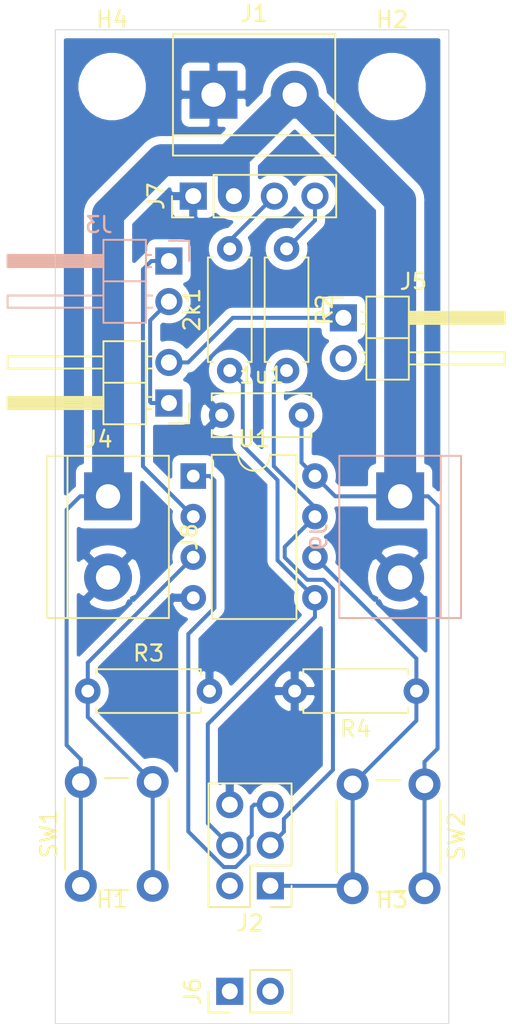
<source format=kicad_pcb>
(kicad_pcb (version 20171130) (host pcbnew "(5.1.5)-3")

  (general
    (thickness 1.6)
    (drawings 9)
    (tracks 92)
    (zones 0)
    (modules 21)
    (nets 16)
  )

  (page A4)
  (layers
    (0 F.Cu signal)
    (31 B.Cu signal)
    (32 B.Adhes user)
    (33 F.Adhes user)
    (34 B.Paste user)
    (35 F.Paste user)
    (36 B.SilkS user hide)
    (37 F.SilkS user)
    (38 B.Mask user)
    (39 F.Mask user)
    (40 Dwgs.User user)
    (41 Cmts.User user)
    (42 Eco1.User user)
    (43 Eco2.User user)
    (44 Edge.Cuts user)
    (45 Margin user)
    (46 B.CrtYd user)
    (47 F.CrtYd user)
    (48 B.Fab user hide)
    (49 F.Fab user hide)
  )

  (setup
    (last_trace_width 0.25)
    (user_trace_width 0.5)
    (user_trace_width 2)
    (trace_clearance 0.2)
    (zone_clearance 0.508)
    (zone_45_only no)
    (trace_min 0.2)
    (via_size 0.8)
    (via_drill 0.4)
    (via_min_size 0.4)
    (via_min_drill 0.3)
    (uvia_size 0.3)
    (uvia_drill 0.1)
    (uvias_allowed no)
    (uvia_min_size 0.2)
    (uvia_min_drill 0.1)
    (edge_width 0.05)
    (segment_width 0.2)
    (pcb_text_width 0.3)
    (pcb_text_size 1.5 1.5)
    (mod_edge_width 0.12)
    (mod_text_size 1 1)
    (mod_text_width 0.15)
    (pad_size 1.7 1.7)
    (pad_drill 1)
    (pad_to_mask_clearance 0.051)
    (solder_mask_min_width 0.25)
    (aux_axis_origin 0 0)
    (visible_elements 7FFFFFFF)
    (pcbplotparams
      (layerselection 0x010fc_ffffffff)
      (usegerberextensions false)
      (usegerberattributes false)
      (usegerberadvancedattributes false)
      (creategerberjobfile false)
      (excludeedgelayer true)
      (linewidth 0.100000)
      (plotframeref false)
      (viasonmask false)
      (mode 1)
      (useauxorigin false)
      (hpglpennumber 1)
      (hpglpenspeed 20)
      (hpglpendiameter 15.000000)
      (psnegative false)
      (psa4output false)
      (plotreference true)
      (plotvalue true)
      (plotinvisibletext false)
      (padsonsilk false)
      (subtractmaskfromsilk false)
      (outputformat 1)
      (mirror false)
      (drillshape 1)
      (scaleselection 1)
      (outputdirectory ""))
  )

  (net 0 "")
  (net 1 GND)
  (net 2 DOWN)
  (net 3 VCC)
  (net 4 "Net-(2k1-Pad2)")
  (net 5 MOSI)
  (net 6 RESET)
  (net 7 SCK)
  (net 8 "Net-(J2-Pad2)")
  (net 9 "Net-(J3-Pad2)")
  (net 10 LEDSignal)
  (net 11 "Net-(J4-Pad2)")
  (net 12 "Net-(J5-Pad2)")
  (net 13 "Net-(J6-Pad2)")
  (net 14 "Net-(J7-Pad4)")
  (net 15 MISO)

  (net_class Default "This is the default net class."
    (clearance 0.2)
    (trace_width 0.25)
    (via_dia 0.8)
    (via_drill 0.4)
    (uvia_dia 0.3)
    (uvia_drill 0.1)
    (add_net DOWN)
    (add_net LEDSignal)
    (add_net MISO)
    (add_net MOSI)
    (add_net "Net-(2k1-Pad2)")
    (add_net "Net-(J2-Pad2)")
    (add_net "Net-(J3-Pad2)")
    (add_net "Net-(J4-Pad2)")
    (add_net "Net-(J5-Pad2)")
    (add_net "Net-(J6-Pad2)")
    (add_net "Net-(J7-Pad4)")
    (add_net RESET)
    (add_net SCK)
  )

  (net_class Power ""
    (clearance 0.4)
    (trace_width 0.25)
    (via_dia 0.8)
    (via_drill 0.4)
    (uvia_dia 0.3)
    (uvia_drill 0.1)
    (add_net GND)
    (add_net VCC)
  )

  (net_class Signal ""
    (clearance 0.3)
    (trace_width 0.25)
    (via_dia 0.8)
    (via_drill 0.4)
    (uvia_dia 0.3)
    (uvia_drill 0.1)
  )

  (module TerminalBlock:TerminalBlock_bornier-2_P5.08mm (layer B.Cu) (tedit 59FF03AB) (tstamp 5F7A8FE5)
    (at 189.738 92.456 270)
    (descr "simple 2-pin terminal block, pitch 5.08mm, revamped version of bornier2")
    (tags "terminal block bornier2")
    (path /5F78419D)
    (fp_text reference J9 (at 2.54 5.08 270) (layer B.SilkS)
      (effects (font (size 1 1) (thickness 0.15)) (justify mirror))
    )
    (fp_text value "LED Power" (at 2.54 -5.08 270) (layer B.Fab)
      (effects (font (size 1 1) (thickness 0.15)) (justify mirror))
    )
    (fp_line (start 7.79 -4) (end -2.71 -4) (layer B.CrtYd) (width 0.05))
    (fp_line (start 7.79 -4) (end 7.79 4) (layer B.CrtYd) (width 0.05))
    (fp_line (start -2.71 4) (end -2.71 -4) (layer B.CrtYd) (width 0.05))
    (fp_line (start -2.71 4) (end 7.79 4) (layer B.CrtYd) (width 0.05))
    (fp_line (start -2.54 -3.81) (end 7.62 -3.81) (layer B.SilkS) (width 0.12))
    (fp_line (start -2.54 3.81) (end -2.54 -3.81) (layer B.SilkS) (width 0.12))
    (fp_line (start 7.62 3.81) (end -2.54 3.81) (layer B.SilkS) (width 0.12))
    (fp_line (start 7.62 -3.81) (end 7.62 3.81) (layer B.SilkS) (width 0.12))
    (fp_line (start 7.62 -2.54) (end -2.54 -2.54) (layer B.SilkS) (width 0.12))
    (fp_line (start 7.54 3.75) (end -2.46 3.75) (layer B.Fab) (width 0.1))
    (fp_line (start 7.54 -3.75) (end 7.54 3.75) (layer B.Fab) (width 0.1))
    (fp_line (start -2.46 -3.75) (end 7.54 -3.75) (layer B.Fab) (width 0.1))
    (fp_line (start -2.46 3.75) (end -2.46 -3.75) (layer B.Fab) (width 0.1))
    (fp_line (start -2.41 -2.55) (end 7.49 -2.55) (layer B.Fab) (width 0.1))
    (fp_text user %R (at 2.54 0 270) (layer B.Fab)
      (effects (font (size 1 1) (thickness 0.15)) (justify mirror))
    )
    (pad 2 thru_hole circle (at 5.08 0 270) (size 3 3) (drill 1.52) (layers *.Cu *.Mask)
      (net 1 GND))
    (pad 1 thru_hole rect (at 0 0 270) (size 3 3) (drill 1.52) (layers *.Cu *.Mask)
      (net 3 VCC))
    (model ${KISYS3DMOD}/TerminalBlock.3dshapes/TerminalBlock_bornier-2_P5.08mm.wrl
      (offset (xyz 2.539999961853027 0 0))
      (scale (xyz 1 1 1))
      (rotate (xyz 0 0 0))
    )
  )

  (module Connector_PinHeader_2.54mm:PinHeader_1x02_P2.54mm_Horizontal (layer F.Cu) (tedit 59FED5CB) (tstamp 5F7A8F8D)
    (at 186.182 81.28)
    (descr "Through hole angled pin header, 1x02, 2.54mm pitch, 6mm pin length, single row")
    (tags "Through hole angled pin header THT 1x02 2.54mm single row")
    (path /5F785657)
    (fp_text reference J5 (at 4.385 -2.27) (layer F.SilkS)
      (effects (font (size 1 1) (thickness 0.15)))
    )
    (fp_text value Right (at 4.385 4.81) (layer F.Fab)
      (effects (font (size 1 1) (thickness 0.15)))
    )
    (fp_text user %R (at 2.77 1.27 90) (layer F.Fab)
      (effects (font (size 1 1) (thickness 0.15)))
    )
    (fp_line (start 10.55 -1.8) (end -1.8 -1.8) (layer F.CrtYd) (width 0.05))
    (fp_line (start 10.55 4.35) (end 10.55 -1.8) (layer F.CrtYd) (width 0.05))
    (fp_line (start -1.8 4.35) (end 10.55 4.35) (layer F.CrtYd) (width 0.05))
    (fp_line (start -1.8 -1.8) (end -1.8 4.35) (layer F.CrtYd) (width 0.05))
    (fp_line (start -1.27 -1.27) (end 0 -1.27) (layer F.SilkS) (width 0.12))
    (fp_line (start -1.27 0) (end -1.27 -1.27) (layer F.SilkS) (width 0.12))
    (fp_line (start 1.042929 2.92) (end 1.44 2.92) (layer F.SilkS) (width 0.12))
    (fp_line (start 1.042929 2.16) (end 1.44 2.16) (layer F.SilkS) (width 0.12))
    (fp_line (start 10.1 2.92) (end 4.1 2.92) (layer F.SilkS) (width 0.12))
    (fp_line (start 10.1 2.16) (end 10.1 2.92) (layer F.SilkS) (width 0.12))
    (fp_line (start 4.1 2.16) (end 10.1 2.16) (layer F.SilkS) (width 0.12))
    (fp_line (start 1.44 1.27) (end 4.1 1.27) (layer F.SilkS) (width 0.12))
    (fp_line (start 1.11 0.38) (end 1.44 0.38) (layer F.SilkS) (width 0.12))
    (fp_line (start 1.11 -0.38) (end 1.44 -0.38) (layer F.SilkS) (width 0.12))
    (fp_line (start 4.1 0.28) (end 10.1 0.28) (layer F.SilkS) (width 0.12))
    (fp_line (start 4.1 0.16) (end 10.1 0.16) (layer F.SilkS) (width 0.12))
    (fp_line (start 4.1 0.04) (end 10.1 0.04) (layer F.SilkS) (width 0.12))
    (fp_line (start 4.1 -0.08) (end 10.1 -0.08) (layer F.SilkS) (width 0.12))
    (fp_line (start 4.1 -0.2) (end 10.1 -0.2) (layer F.SilkS) (width 0.12))
    (fp_line (start 4.1 -0.32) (end 10.1 -0.32) (layer F.SilkS) (width 0.12))
    (fp_line (start 10.1 0.38) (end 4.1 0.38) (layer F.SilkS) (width 0.12))
    (fp_line (start 10.1 -0.38) (end 10.1 0.38) (layer F.SilkS) (width 0.12))
    (fp_line (start 4.1 -0.38) (end 10.1 -0.38) (layer F.SilkS) (width 0.12))
    (fp_line (start 4.1 -1.33) (end 1.44 -1.33) (layer F.SilkS) (width 0.12))
    (fp_line (start 4.1 3.87) (end 4.1 -1.33) (layer F.SilkS) (width 0.12))
    (fp_line (start 1.44 3.87) (end 4.1 3.87) (layer F.SilkS) (width 0.12))
    (fp_line (start 1.44 -1.33) (end 1.44 3.87) (layer F.SilkS) (width 0.12))
    (fp_line (start 4.04 2.86) (end 10.04 2.86) (layer F.Fab) (width 0.1))
    (fp_line (start 10.04 2.22) (end 10.04 2.86) (layer F.Fab) (width 0.1))
    (fp_line (start 4.04 2.22) (end 10.04 2.22) (layer F.Fab) (width 0.1))
    (fp_line (start -0.32 2.86) (end 1.5 2.86) (layer F.Fab) (width 0.1))
    (fp_line (start -0.32 2.22) (end -0.32 2.86) (layer F.Fab) (width 0.1))
    (fp_line (start -0.32 2.22) (end 1.5 2.22) (layer F.Fab) (width 0.1))
    (fp_line (start 4.04 0.32) (end 10.04 0.32) (layer F.Fab) (width 0.1))
    (fp_line (start 10.04 -0.32) (end 10.04 0.32) (layer F.Fab) (width 0.1))
    (fp_line (start 4.04 -0.32) (end 10.04 -0.32) (layer F.Fab) (width 0.1))
    (fp_line (start -0.32 0.32) (end 1.5 0.32) (layer F.Fab) (width 0.1))
    (fp_line (start -0.32 -0.32) (end -0.32 0.32) (layer F.Fab) (width 0.1))
    (fp_line (start -0.32 -0.32) (end 1.5 -0.32) (layer F.Fab) (width 0.1))
    (fp_line (start 1.5 -0.635) (end 2.135 -1.27) (layer F.Fab) (width 0.1))
    (fp_line (start 1.5 3.81) (end 1.5 -0.635) (layer F.Fab) (width 0.1))
    (fp_line (start 4.04 3.81) (end 1.5 3.81) (layer F.Fab) (width 0.1))
    (fp_line (start 4.04 -1.27) (end 4.04 3.81) (layer F.Fab) (width 0.1))
    (fp_line (start 2.135 -1.27) (end 4.04 -1.27) (layer F.Fab) (width 0.1))
    (pad 2 thru_hole oval (at 0 2.54) (size 1.7 1.7) (drill 1) (layers *.Cu *.Mask)
      (net 12 "Net-(J5-Pad2)"))
    (pad 1 thru_hole rect (at 0 0) (size 1.7 1.7) (drill 1) (layers *.Cu *.Mask)
      (net 11 "Net-(J4-Pad2)"))
    (model ${KISYS3DMOD}/Connector_PinHeader_2.54mm.3dshapes/PinHeader_1x02_P2.54mm_Horizontal.wrl
      (at (xyz 0 0 0))
      (scale (xyz 1 1 1))
      (rotate (xyz 0 0 0))
    )
  )

  (module Connector_PinHeader_2.54mm:PinHeader_1x02_P2.54mm_Horizontal (layer B.Cu) (tedit 59FED5CB) (tstamp 5F7A8F61)
    (at 175.26 77.724 180)
    (descr "Through hole angled pin header, 1x02, 2.54mm pitch, 6mm pin length, single row")
    (tags "Through hole angled pin header THT 1x02 2.54mm single row")
    (path /5F784F60)
    (fp_text reference J3 (at 4.385 2.27) (layer B.SilkS)
      (effects (font (size 1 1) (thickness 0.15)) (justify mirror))
    )
    (fp_text value "Top dot" (at 4.385 -4.81) (layer B.Fab)
      (effects (font (size 1 1) (thickness 0.15)) (justify mirror))
    )
    (fp_text user %R (at 2.77 -1.27 -90) (layer B.Fab)
      (effects (font (size 1 1) (thickness 0.15)) (justify mirror))
    )
    (fp_line (start 10.55 1.8) (end -1.8 1.8) (layer B.CrtYd) (width 0.05))
    (fp_line (start 10.55 -4.35) (end 10.55 1.8) (layer B.CrtYd) (width 0.05))
    (fp_line (start -1.8 -4.35) (end 10.55 -4.35) (layer B.CrtYd) (width 0.05))
    (fp_line (start -1.8 1.8) (end -1.8 -4.35) (layer B.CrtYd) (width 0.05))
    (fp_line (start -1.27 1.27) (end 0 1.27) (layer B.SilkS) (width 0.12))
    (fp_line (start -1.27 0) (end -1.27 1.27) (layer B.SilkS) (width 0.12))
    (fp_line (start 1.042929 -2.92) (end 1.44 -2.92) (layer B.SilkS) (width 0.12))
    (fp_line (start 1.042929 -2.16) (end 1.44 -2.16) (layer B.SilkS) (width 0.12))
    (fp_line (start 10.1 -2.92) (end 4.1 -2.92) (layer B.SilkS) (width 0.12))
    (fp_line (start 10.1 -2.16) (end 10.1 -2.92) (layer B.SilkS) (width 0.12))
    (fp_line (start 4.1 -2.16) (end 10.1 -2.16) (layer B.SilkS) (width 0.12))
    (fp_line (start 1.44 -1.27) (end 4.1 -1.27) (layer B.SilkS) (width 0.12))
    (fp_line (start 1.11 -0.38) (end 1.44 -0.38) (layer B.SilkS) (width 0.12))
    (fp_line (start 1.11 0.38) (end 1.44 0.38) (layer B.SilkS) (width 0.12))
    (fp_line (start 4.1 -0.28) (end 10.1 -0.28) (layer B.SilkS) (width 0.12))
    (fp_line (start 4.1 -0.16) (end 10.1 -0.16) (layer B.SilkS) (width 0.12))
    (fp_line (start 4.1 -0.04) (end 10.1 -0.04) (layer B.SilkS) (width 0.12))
    (fp_line (start 4.1 0.08) (end 10.1 0.08) (layer B.SilkS) (width 0.12))
    (fp_line (start 4.1 0.2) (end 10.1 0.2) (layer B.SilkS) (width 0.12))
    (fp_line (start 4.1 0.32) (end 10.1 0.32) (layer B.SilkS) (width 0.12))
    (fp_line (start 10.1 -0.38) (end 4.1 -0.38) (layer B.SilkS) (width 0.12))
    (fp_line (start 10.1 0.38) (end 10.1 -0.38) (layer B.SilkS) (width 0.12))
    (fp_line (start 4.1 0.38) (end 10.1 0.38) (layer B.SilkS) (width 0.12))
    (fp_line (start 4.1 1.33) (end 1.44 1.33) (layer B.SilkS) (width 0.12))
    (fp_line (start 4.1 -3.87) (end 4.1 1.33) (layer B.SilkS) (width 0.12))
    (fp_line (start 1.44 -3.87) (end 4.1 -3.87) (layer B.SilkS) (width 0.12))
    (fp_line (start 1.44 1.33) (end 1.44 -3.87) (layer B.SilkS) (width 0.12))
    (fp_line (start 4.04 -2.86) (end 10.04 -2.86) (layer B.Fab) (width 0.1))
    (fp_line (start 10.04 -2.22) (end 10.04 -2.86) (layer B.Fab) (width 0.1))
    (fp_line (start 4.04 -2.22) (end 10.04 -2.22) (layer B.Fab) (width 0.1))
    (fp_line (start -0.32 -2.86) (end 1.5 -2.86) (layer B.Fab) (width 0.1))
    (fp_line (start -0.32 -2.22) (end -0.32 -2.86) (layer B.Fab) (width 0.1))
    (fp_line (start -0.32 -2.22) (end 1.5 -2.22) (layer B.Fab) (width 0.1))
    (fp_line (start 4.04 -0.32) (end 10.04 -0.32) (layer B.Fab) (width 0.1))
    (fp_line (start 10.04 0.32) (end 10.04 -0.32) (layer B.Fab) (width 0.1))
    (fp_line (start 4.04 0.32) (end 10.04 0.32) (layer B.Fab) (width 0.1))
    (fp_line (start -0.32 -0.32) (end 1.5 -0.32) (layer B.Fab) (width 0.1))
    (fp_line (start -0.32 0.32) (end -0.32 -0.32) (layer B.Fab) (width 0.1))
    (fp_line (start -0.32 0.32) (end 1.5 0.32) (layer B.Fab) (width 0.1))
    (fp_line (start 1.5 0.635) (end 2.135 1.27) (layer B.Fab) (width 0.1))
    (fp_line (start 1.5 -3.81) (end 1.5 0.635) (layer B.Fab) (width 0.1))
    (fp_line (start 4.04 -3.81) (end 1.5 -3.81) (layer B.Fab) (width 0.1))
    (fp_line (start 4.04 1.27) (end 4.04 -3.81) (layer B.Fab) (width 0.1))
    (fp_line (start 2.135 1.27) (end 4.04 1.27) (layer B.Fab) (width 0.1))
    (pad 2 thru_hole oval (at 0 -2.54 180) (size 1.7 1.7) (drill 1) (layers *.Cu *.Mask)
      (net 9 "Net-(J3-Pad2)"))
    (pad 1 thru_hole rect (at 0 0 180) (size 1.7 1.7) (drill 1) (layers *.Cu *.Mask)
      (net 10 LEDSignal))
    (model ${KISYS3DMOD}/Connector_PinHeader_2.54mm.3dshapes/PinHeader_1x02_P2.54mm_Horizontal.wrl
      (at (xyz 0 0 0))
      (scale (xyz 1 1 1))
      (rotate (xyz 0 0 0))
    )
  )

  (module Connector_PinHeader_2.54mm:PinHeader_1x02_P2.54mm_Horizontal (layer F.Cu) (tedit 59FED5CB) (tstamp 5F7A8F77)
    (at 175.26 86.614 180)
    (descr "Through hole angled pin header, 1x02, 2.54mm pitch, 6mm pin length, single row")
    (tags "Through hole angled pin header THT 1x02 2.54mm single row")
    (path /5F785924)
    (fp_text reference J4 (at 4.385 -2.27) (layer F.SilkS)
      (effects (font (size 1 1) (thickness 0.15)))
    )
    (fp_text value Left (at 4.385 4.81) (layer F.Fab)
      (effects (font (size 1 1) (thickness 0.15)))
    )
    (fp_text user %R (at 2.77 1.27 90) (layer F.Fab)
      (effects (font (size 1 1) (thickness 0.15)))
    )
    (fp_line (start 10.55 -1.8) (end -1.8 -1.8) (layer F.CrtYd) (width 0.05))
    (fp_line (start 10.55 4.35) (end 10.55 -1.8) (layer F.CrtYd) (width 0.05))
    (fp_line (start -1.8 4.35) (end 10.55 4.35) (layer F.CrtYd) (width 0.05))
    (fp_line (start -1.8 -1.8) (end -1.8 4.35) (layer F.CrtYd) (width 0.05))
    (fp_line (start -1.27 -1.27) (end 0 -1.27) (layer F.SilkS) (width 0.12))
    (fp_line (start -1.27 0) (end -1.27 -1.27) (layer F.SilkS) (width 0.12))
    (fp_line (start 1.042929 2.92) (end 1.44 2.92) (layer F.SilkS) (width 0.12))
    (fp_line (start 1.042929 2.16) (end 1.44 2.16) (layer F.SilkS) (width 0.12))
    (fp_line (start 10.1 2.92) (end 4.1 2.92) (layer F.SilkS) (width 0.12))
    (fp_line (start 10.1 2.16) (end 10.1 2.92) (layer F.SilkS) (width 0.12))
    (fp_line (start 4.1 2.16) (end 10.1 2.16) (layer F.SilkS) (width 0.12))
    (fp_line (start 1.44 1.27) (end 4.1 1.27) (layer F.SilkS) (width 0.12))
    (fp_line (start 1.11 0.38) (end 1.44 0.38) (layer F.SilkS) (width 0.12))
    (fp_line (start 1.11 -0.38) (end 1.44 -0.38) (layer F.SilkS) (width 0.12))
    (fp_line (start 4.1 0.28) (end 10.1 0.28) (layer F.SilkS) (width 0.12))
    (fp_line (start 4.1 0.16) (end 10.1 0.16) (layer F.SilkS) (width 0.12))
    (fp_line (start 4.1 0.04) (end 10.1 0.04) (layer F.SilkS) (width 0.12))
    (fp_line (start 4.1 -0.08) (end 10.1 -0.08) (layer F.SilkS) (width 0.12))
    (fp_line (start 4.1 -0.2) (end 10.1 -0.2) (layer F.SilkS) (width 0.12))
    (fp_line (start 4.1 -0.32) (end 10.1 -0.32) (layer F.SilkS) (width 0.12))
    (fp_line (start 10.1 0.38) (end 4.1 0.38) (layer F.SilkS) (width 0.12))
    (fp_line (start 10.1 -0.38) (end 10.1 0.38) (layer F.SilkS) (width 0.12))
    (fp_line (start 4.1 -0.38) (end 10.1 -0.38) (layer F.SilkS) (width 0.12))
    (fp_line (start 4.1 -1.33) (end 1.44 -1.33) (layer F.SilkS) (width 0.12))
    (fp_line (start 4.1 3.87) (end 4.1 -1.33) (layer F.SilkS) (width 0.12))
    (fp_line (start 1.44 3.87) (end 4.1 3.87) (layer F.SilkS) (width 0.12))
    (fp_line (start 1.44 -1.33) (end 1.44 3.87) (layer F.SilkS) (width 0.12))
    (fp_line (start 4.04 2.86) (end 10.04 2.86) (layer F.Fab) (width 0.1))
    (fp_line (start 10.04 2.22) (end 10.04 2.86) (layer F.Fab) (width 0.1))
    (fp_line (start 4.04 2.22) (end 10.04 2.22) (layer F.Fab) (width 0.1))
    (fp_line (start -0.32 2.86) (end 1.5 2.86) (layer F.Fab) (width 0.1))
    (fp_line (start -0.32 2.22) (end -0.32 2.86) (layer F.Fab) (width 0.1))
    (fp_line (start -0.32 2.22) (end 1.5 2.22) (layer F.Fab) (width 0.1))
    (fp_line (start 4.04 0.32) (end 10.04 0.32) (layer F.Fab) (width 0.1))
    (fp_line (start 10.04 -0.32) (end 10.04 0.32) (layer F.Fab) (width 0.1))
    (fp_line (start 4.04 -0.32) (end 10.04 -0.32) (layer F.Fab) (width 0.1))
    (fp_line (start -0.32 0.32) (end 1.5 0.32) (layer F.Fab) (width 0.1))
    (fp_line (start -0.32 -0.32) (end -0.32 0.32) (layer F.Fab) (width 0.1))
    (fp_line (start -0.32 -0.32) (end 1.5 -0.32) (layer F.Fab) (width 0.1))
    (fp_line (start 1.5 -0.635) (end 2.135 -1.27) (layer F.Fab) (width 0.1))
    (fp_line (start 1.5 3.81) (end 1.5 -0.635) (layer F.Fab) (width 0.1))
    (fp_line (start 4.04 3.81) (end 1.5 3.81) (layer F.Fab) (width 0.1))
    (fp_line (start 4.04 -1.27) (end 4.04 3.81) (layer F.Fab) (width 0.1))
    (fp_line (start 2.135 -1.27) (end 4.04 -1.27) (layer F.Fab) (width 0.1))
    (pad 2 thru_hole oval (at 0 2.54 180) (size 1.7 1.7) (drill 1) (layers *.Cu *.Mask)
      (net 11 "Net-(J4-Pad2)"))
    (pad 1 thru_hole rect (at 0 0 180) (size 1.7 1.7) (drill 1) (layers *.Cu *.Mask)
      (net 9 "Net-(J3-Pad2)"))
    (model ${KISYS3DMOD}/Connector_PinHeader_2.54mm.3dshapes/PinHeader_1x02_P2.54mm_Horizontal.wrl
      (at (xyz 0 0 0))
      (scale (xyz 1 1 1))
      (rotate (xyz 0 0 0))
    )
  )

  (module Package_DIP:DIP-8_W7.62mm (layer F.Cu) (tedit 5A02E8C5) (tstamp 5F7A9056)
    (at 176.784 91.186)
    (descr "8-lead though-hole mounted DIP package, row spacing 7.62 mm (300 mils)")
    (tags "THT DIP DIL PDIP 2.54mm 7.62mm 300mil")
    (path /5F7832B4)
    (fp_text reference U1 (at 3.81 -2.33) (layer F.SilkS)
      (effects (font (size 1 1) (thickness 0.15)))
    )
    (fp_text value ATtiny85-20PU (at 3.81 9.95) (layer F.Fab)
      (effects (font (size 1 1) (thickness 0.15)))
    )
    (fp_text user %R (at 3.81 3.81) (layer F.Fab)
      (effects (font (size 1 1) (thickness 0.15)))
    )
    (fp_line (start 8.7 -1.55) (end -1.1 -1.55) (layer F.CrtYd) (width 0.05))
    (fp_line (start 8.7 9.15) (end 8.7 -1.55) (layer F.CrtYd) (width 0.05))
    (fp_line (start -1.1 9.15) (end 8.7 9.15) (layer F.CrtYd) (width 0.05))
    (fp_line (start -1.1 -1.55) (end -1.1 9.15) (layer F.CrtYd) (width 0.05))
    (fp_line (start 6.46 -1.33) (end 4.81 -1.33) (layer F.SilkS) (width 0.12))
    (fp_line (start 6.46 8.95) (end 6.46 -1.33) (layer F.SilkS) (width 0.12))
    (fp_line (start 1.16 8.95) (end 6.46 8.95) (layer F.SilkS) (width 0.12))
    (fp_line (start 1.16 -1.33) (end 1.16 8.95) (layer F.SilkS) (width 0.12))
    (fp_line (start 2.81 -1.33) (end 1.16 -1.33) (layer F.SilkS) (width 0.12))
    (fp_line (start 0.635 -0.27) (end 1.635 -1.27) (layer F.Fab) (width 0.1))
    (fp_line (start 0.635 8.89) (end 0.635 -0.27) (layer F.Fab) (width 0.1))
    (fp_line (start 6.985 8.89) (end 0.635 8.89) (layer F.Fab) (width 0.1))
    (fp_line (start 6.985 -1.27) (end 6.985 8.89) (layer F.Fab) (width 0.1))
    (fp_line (start 1.635 -1.27) (end 6.985 -1.27) (layer F.Fab) (width 0.1))
    (fp_arc (start 3.81 -1.33) (end 2.81 -1.33) (angle -180) (layer F.SilkS) (width 0.12))
    (pad 8 thru_hole oval (at 7.62 0) (size 1.6 1.6) (drill 0.8) (layers *.Cu *.Mask)
      (net 3 VCC))
    (pad 4 thru_hole oval (at 0 7.62) (size 1.6 1.6) (drill 0.8) (layers *.Cu *.Mask)
      (net 1 GND))
    (pad 7 thru_hole oval (at 7.62 2.54) (size 1.6 1.6) (drill 0.8) (layers *.Cu *.Mask)
      (net 7 SCK))
    (pad 3 thru_hole oval (at 0 5.08) (size 1.6 1.6) (drill 0.8) (layers *.Cu *.Mask)
      (net 2 DOWN))
    (pad 6 thru_hole oval (at 7.62 5.08) (size 1.6 1.6) (drill 0.8) (layers *.Cu *.Mask)
      (net 15 MISO))
    (pad 2 thru_hole oval (at 0 2.54) (size 1.6 1.6) (drill 0.8) (layers *.Cu *.Mask)
      (net 10 LEDSignal))
    (pad 5 thru_hole oval (at 7.62 7.62) (size 1.6 1.6) (drill 0.8) (layers *.Cu *.Mask)
      (net 5 MOSI))
    (pad 1 thru_hole rect (at 0 0) (size 1.6 1.6) (drill 0.8) (layers *.Cu *.Mask)
      (net 6 RESET))
    (model ${KISYS3DMOD}/Package_DIP.3dshapes/DIP-8_W7.62mm.wrl
      (at (xyz 0 0 0))
      (scale (xyz 1 1 1))
      (rotate (xyz 0 0 0))
    )
  )

  (module Button_Switch_THT:SW_PUSH_6mm_H4.3mm (layer F.Cu) (tedit 5A02FE31) (tstamp 5F7A903A)
    (at 191.262 110.49 270)
    (descr "tactile push button, 6x6mm e.g. PHAP33xx series, height=4.3mm")
    (tags "tact sw push 6mm")
    (path /5F787433)
    (fp_text reference SW2 (at 3.25 -2 90) (layer F.SilkS)
      (effects (font (size 1 1) (thickness 0.15)))
    )
    (fp_text value SW_Push_Dual (at 3.75 6.7 90) (layer F.Fab)
      (effects (font (size 1 1) (thickness 0.15)))
    )
    (fp_circle (center 3.25 2.25) (end 1.25 2.5) (layer F.Fab) (width 0.1))
    (fp_line (start 6.75 3) (end 6.75 1.5) (layer F.SilkS) (width 0.12))
    (fp_line (start 5.5 -1) (end 1 -1) (layer F.SilkS) (width 0.12))
    (fp_line (start -0.25 1.5) (end -0.25 3) (layer F.SilkS) (width 0.12))
    (fp_line (start 1 5.5) (end 5.5 5.5) (layer F.SilkS) (width 0.12))
    (fp_line (start 8 -1.25) (end 8 5.75) (layer F.CrtYd) (width 0.05))
    (fp_line (start 7.75 6) (end -1.25 6) (layer F.CrtYd) (width 0.05))
    (fp_line (start -1.5 5.75) (end -1.5 -1.25) (layer F.CrtYd) (width 0.05))
    (fp_line (start -1.25 -1.5) (end 7.75 -1.5) (layer F.CrtYd) (width 0.05))
    (fp_line (start -1.5 6) (end -1.25 6) (layer F.CrtYd) (width 0.05))
    (fp_line (start -1.5 5.75) (end -1.5 6) (layer F.CrtYd) (width 0.05))
    (fp_line (start -1.5 -1.5) (end -1.25 -1.5) (layer F.CrtYd) (width 0.05))
    (fp_line (start -1.5 -1.25) (end -1.5 -1.5) (layer F.CrtYd) (width 0.05))
    (fp_line (start 8 -1.5) (end 8 -1.25) (layer F.CrtYd) (width 0.05))
    (fp_line (start 7.75 -1.5) (end 8 -1.5) (layer F.CrtYd) (width 0.05))
    (fp_line (start 8 6) (end 8 5.75) (layer F.CrtYd) (width 0.05))
    (fp_line (start 7.75 6) (end 8 6) (layer F.CrtYd) (width 0.05))
    (fp_line (start 0.25 -0.75) (end 3.25 -0.75) (layer F.Fab) (width 0.1))
    (fp_line (start 0.25 5.25) (end 0.25 -0.75) (layer F.Fab) (width 0.1))
    (fp_line (start 6.25 5.25) (end 0.25 5.25) (layer F.Fab) (width 0.1))
    (fp_line (start 6.25 -0.75) (end 6.25 5.25) (layer F.Fab) (width 0.1))
    (fp_line (start 3.25 -0.75) (end 6.25 -0.75) (layer F.Fab) (width 0.1))
    (fp_text user %R (at 3.25 2.25 90) (layer F.Fab)
      (effects (font (size 1 1) (thickness 0.15)))
    )
    (pad 1 thru_hole circle (at 6.5 0) (size 2 2) (drill 1.1) (layers *.Cu *.Mask)
      (net 3 VCC))
    (pad 2 thru_hole circle (at 6.5 4.5) (size 2 2) (drill 1.1) (layers *.Cu *.Mask)
      (net 15 MISO))
    (pad 1 thru_hole circle (at 0 0) (size 2 2) (drill 1.1) (layers *.Cu *.Mask)
      (net 3 VCC))
    (pad 2 thru_hole circle (at 0 4.5) (size 2 2) (drill 1.1) (layers *.Cu *.Mask)
      (net 15 MISO))
    (model ${KISYS3DMOD}/Button_Switch_THT.3dshapes/SW_PUSH_6mm_H4.3mm.wrl
      (at (xyz 0 0 0))
      (scale (xyz 1 1 1))
      (rotate (xyz 0 0 0))
    )
  )

  (module Button_Switch_THT:SW_PUSH_6mm_H4.3mm (layer F.Cu) (tedit 5A02FE31) (tstamp 5F7A901B)
    (at 169.744 116.84 90)
    (descr "tactile push button, 6x6mm e.g. PHAP33xx series, height=4.3mm")
    (tags "tact sw push 6mm")
    (path /5F786E9C)
    (fp_text reference SW1 (at 3.25 -2 90) (layer F.SilkS)
      (effects (font (size 1 1) (thickness 0.15)))
    )
    (fp_text value SW_Push_Dual (at 3.75 6.7 90) (layer F.Fab)
      (effects (font (size 1 1) (thickness 0.15)))
    )
    (fp_circle (center 3.25 2.25) (end 1.25 2.5) (layer F.Fab) (width 0.1))
    (fp_line (start 6.75 3) (end 6.75 1.5) (layer F.SilkS) (width 0.12))
    (fp_line (start 5.5 -1) (end 1 -1) (layer F.SilkS) (width 0.12))
    (fp_line (start -0.25 1.5) (end -0.25 3) (layer F.SilkS) (width 0.12))
    (fp_line (start 1 5.5) (end 5.5 5.5) (layer F.SilkS) (width 0.12))
    (fp_line (start 8 -1.25) (end 8 5.75) (layer F.CrtYd) (width 0.05))
    (fp_line (start 7.75 6) (end -1.25 6) (layer F.CrtYd) (width 0.05))
    (fp_line (start -1.5 5.75) (end -1.5 -1.25) (layer F.CrtYd) (width 0.05))
    (fp_line (start -1.25 -1.5) (end 7.75 -1.5) (layer F.CrtYd) (width 0.05))
    (fp_line (start -1.5 6) (end -1.25 6) (layer F.CrtYd) (width 0.05))
    (fp_line (start -1.5 5.75) (end -1.5 6) (layer F.CrtYd) (width 0.05))
    (fp_line (start -1.5 -1.5) (end -1.25 -1.5) (layer F.CrtYd) (width 0.05))
    (fp_line (start -1.5 -1.25) (end -1.5 -1.5) (layer F.CrtYd) (width 0.05))
    (fp_line (start 8 -1.5) (end 8 -1.25) (layer F.CrtYd) (width 0.05))
    (fp_line (start 7.75 -1.5) (end 8 -1.5) (layer F.CrtYd) (width 0.05))
    (fp_line (start 8 6) (end 8 5.75) (layer F.CrtYd) (width 0.05))
    (fp_line (start 7.75 6) (end 8 6) (layer F.CrtYd) (width 0.05))
    (fp_line (start 0.25 -0.75) (end 3.25 -0.75) (layer F.Fab) (width 0.1))
    (fp_line (start 0.25 5.25) (end 0.25 -0.75) (layer F.Fab) (width 0.1))
    (fp_line (start 6.25 5.25) (end 0.25 5.25) (layer F.Fab) (width 0.1))
    (fp_line (start 6.25 -0.75) (end 6.25 5.25) (layer F.Fab) (width 0.1))
    (fp_line (start 3.25 -0.75) (end 6.25 -0.75) (layer F.Fab) (width 0.1))
    (fp_text user %R (at 3.25 2.25 90) (layer F.Fab)
      (effects (font (size 1 1) (thickness 0.15)))
    )
    (pad 1 thru_hole circle (at 6.5 0 180) (size 2 2) (drill 1.1) (layers *.Cu *.Mask)
      (net 3 VCC))
    (pad 2 thru_hole circle (at 6.5 4.5 180) (size 2 2) (drill 1.1) (layers *.Cu *.Mask)
      (net 2 DOWN))
    (pad 1 thru_hole circle (at 0 0 180) (size 2 2) (drill 1.1) (layers *.Cu *.Mask)
      (net 3 VCC))
    (pad 2 thru_hole circle (at 0 4.5 180) (size 2 2) (drill 1.1) (layers *.Cu *.Mask)
      (net 2 DOWN))
    (model ${KISYS3DMOD}/Button_Switch_THT.3dshapes/SW_PUSH_6mm_H4.3mm.wrl
      (at (xyz 0 0 0))
      (scale (xyz 1 1 1))
      (rotate (xyz 0 0 0))
    )
  )

  (module Resistor_THT:R_Axial_DIN0207_L6.3mm_D2.5mm_P7.62mm_Horizontal (layer F.Cu) (tedit 5AE5139B) (tstamp 5F7A8FFC)
    (at 182.626 76.962 270)
    (descr "Resistor, Axial_DIN0207 series, Axial, Horizontal, pin pitch=7.62mm, 0.25W = 1/4W, length*diameter=6.3*2.5mm^2, http://cdn-reichelt.de/documents/datenblatt/B400/1_4W%23YAG.pdf")
    (tags "Resistor Axial_DIN0207 series Axial Horizontal pin pitch 7.62mm 0.25W = 1/4W length 6.3mm diameter 2.5mm")
    (path /5F788A6E)
    (fp_text reference R2 (at 3.81 -2.37 90) (layer F.SilkS)
      (effects (font (size 1 1) (thickness 0.15)))
    )
    (fp_text value 2k (at 3.81 2.37 90) (layer F.Fab)
      (effects (font (size 1 1) (thickness 0.15)))
    )
    (fp_text user %R (at 3.81 0 90) (layer F.Fab)
      (effects (font (size 1 1) (thickness 0.15)))
    )
    (fp_line (start 8.67 -1.5) (end -1.05 -1.5) (layer F.CrtYd) (width 0.05))
    (fp_line (start 8.67 1.5) (end 8.67 -1.5) (layer F.CrtYd) (width 0.05))
    (fp_line (start -1.05 1.5) (end 8.67 1.5) (layer F.CrtYd) (width 0.05))
    (fp_line (start -1.05 -1.5) (end -1.05 1.5) (layer F.CrtYd) (width 0.05))
    (fp_line (start 7.08 1.37) (end 7.08 1.04) (layer F.SilkS) (width 0.12))
    (fp_line (start 0.54 1.37) (end 7.08 1.37) (layer F.SilkS) (width 0.12))
    (fp_line (start 0.54 1.04) (end 0.54 1.37) (layer F.SilkS) (width 0.12))
    (fp_line (start 7.08 -1.37) (end 7.08 -1.04) (layer F.SilkS) (width 0.12))
    (fp_line (start 0.54 -1.37) (end 7.08 -1.37) (layer F.SilkS) (width 0.12))
    (fp_line (start 0.54 -1.04) (end 0.54 -1.37) (layer F.SilkS) (width 0.12))
    (fp_line (start 7.62 0) (end 6.96 0) (layer F.Fab) (width 0.1))
    (fp_line (start 0 0) (end 0.66 0) (layer F.Fab) (width 0.1))
    (fp_line (start 6.96 -1.25) (end 0.66 -1.25) (layer F.Fab) (width 0.1))
    (fp_line (start 6.96 1.25) (end 6.96 -1.25) (layer F.Fab) (width 0.1))
    (fp_line (start 0.66 1.25) (end 6.96 1.25) (layer F.Fab) (width 0.1))
    (fp_line (start 0.66 -1.25) (end 0.66 1.25) (layer F.Fab) (width 0.1))
    (pad 2 thru_hole oval (at 7.62 0 270) (size 1.6 1.6) (drill 0.8) (layers *.Cu *.Mask)
      (net 7 SCK))
    (pad 1 thru_hole circle (at 0 0 270) (size 1.6 1.6) (drill 0.8) (layers *.Cu *.Mask)
      (net 14 "Net-(J7-Pad4)"))
    (model ${KISYS3DMOD}/Resistor_THT.3dshapes/R_Axial_DIN0207_L6.3mm_D2.5mm_P7.62mm_Horizontal.wrl
      (at (xyz 0 0 0))
      (scale (xyz 1 1 1))
      (rotate (xyz 0 0 0))
    )
  )

  (module TerminalBlock:TerminalBlock_bornier-2_P5.08mm (layer F.Cu) (tedit 59FF03AB) (tstamp 5F7A8FD0)
    (at 171.45 92.456 270)
    (descr "simple 2-pin terminal block, pitch 5.08mm, revamped version of bornier2")
    (tags "terminal block bornier2")
    (path /5F783F30)
    (fp_text reference J8 (at 2.54 -5.08 90) (layer F.SilkS)
      (effects (font (size 1 1) (thickness 0.15)))
    )
    (fp_text value "LED Power" (at 2.54 5.08 90) (layer F.Fab)
      (effects (font (size 1 1) (thickness 0.15)))
    )
    (fp_line (start 7.79 4) (end -2.71 4) (layer F.CrtYd) (width 0.05))
    (fp_line (start 7.79 4) (end 7.79 -4) (layer F.CrtYd) (width 0.05))
    (fp_line (start -2.71 -4) (end -2.71 4) (layer F.CrtYd) (width 0.05))
    (fp_line (start -2.71 -4) (end 7.79 -4) (layer F.CrtYd) (width 0.05))
    (fp_line (start -2.54 3.81) (end 7.62 3.81) (layer F.SilkS) (width 0.12))
    (fp_line (start -2.54 -3.81) (end -2.54 3.81) (layer F.SilkS) (width 0.12))
    (fp_line (start 7.62 -3.81) (end -2.54 -3.81) (layer F.SilkS) (width 0.12))
    (fp_line (start 7.62 3.81) (end 7.62 -3.81) (layer F.SilkS) (width 0.12))
    (fp_line (start 7.62 2.54) (end -2.54 2.54) (layer F.SilkS) (width 0.12))
    (fp_line (start 7.54 -3.75) (end -2.46 -3.75) (layer F.Fab) (width 0.1))
    (fp_line (start 7.54 3.75) (end 7.54 -3.75) (layer F.Fab) (width 0.1))
    (fp_line (start -2.46 3.75) (end 7.54 3.75) (layer F.Fab) (width 0.1))
    (fp_line (start -2.46 -3.75) (end -2.46 3.75) (layer F.Fab) (width 0.1))
    (fp_line (start -2.41 2.55) (end 7.49 2.55) (layer F.Fab) (width 0.1))
    (fp_text user %R (at 2.54 0 90) (layer F.Fab)
      (effects (font (size 1 1) (thickness 0.15)))
    )
    (pad 2 thru_hole circle (at 5.08 0 270) (size 3 3) (drill 1.52) (layers *.Cu *.Mask)
      (net 1 GND))
    (pad 1 thru_hole rect (at 0 0 270) (size 3 3) (drill 1.52) (layers *.Cu *.Mask)
      (net 3 VCC))
    (model ${KISYS3DMOD}/TerminalBlock.3dshapes/TerminalBlock_bornier-2_P5.08mm.wrl
      (offset (xyz 2.539999961853027 0 0))
      (scale (xyz 1 1 1))
      (rotate (xyz 0 0 0))
    )
  )

  (module Connector_PinHeader_2.54mm:PinHeader_1x04_P2.54mm_Vertical (layer F.Cu) (tedit 59FED5CC) (tstamp 5F7A8FBB)
    (at 176.784 73.66 90)
    (descr "Through hole straight pin header, 1x04, 2.54mm pitch, single row")
    (tags "Through hole pin header THT 1x04 2.54mm single row")
    (path /5F7860A2)
    (fp_text reference J7 (at 0 -2.33 90) (layer F.SilkS)
      (effects (font (size 1 1) (thickness 0.15)))
    )
    (fp_text value RTC (at 0 9.95 90) (layer F.Fab)
      (effects (font (size 1 1) (thickness 0.15)))
    )
    (fp_text user %R (at 0 3.81) (layer F.Fab)
      (effects (font (size 1 1) (thickness 0.15)))
    )
    (fp_line (start 1.8 -1.8) (end -1.8 -1.8) (layer F.CrtYd) (width 0.05))
    (fp_line (start 1.8 9.4) (end 1.8 -1.8) (layer F.CrtYd) (width 0.05))
    (fp_line (start -1.8 9.4) (end 1.8 9.4) (layer F.CrtYd) (width 0.05))
    (fp_line (start -1.8 -1.8) (end -1.8 9.4) (layer F.CrtYd) (width 0.05))
    (fp_line (start -1.33 -1.33) (end 0 -1.33) (layer F.SilkS) (width 0.12))
    (fp_line (start -1.33 0) (end -1.33 -1.33) (layer F.SilkS) (width 0.12))
    (fp_line (start -1.33 1.27) (end 1.33 1.27) (layer F.SilkS) (width 0.12))
    (fp_line (start 1.33 1.27) (end 1.33 8.95) (layer F.SilkS) (width 0.12))
    (fp_line (start -1.33 1.27) (end -1.33 8.95) (layer F.SilkS) (width 0.12))
    (fp_line (start -1.33 8.95) (end 1.33 8.95) (layer F.SilkS) (width 0.12))
    (fp_line (start -1.27 -0.635) (end -0.635 -1.27) (layer F.Fab) (width 0.1))
    (fp_line (start -1.27 8.89) (end -1.27 -0.635) (layer F.Fab) (width 0.1))
    (fp_line (start 1.27 8.89) (end -1.27 8.89) (layer F.Fab) (width 0.1))
    (fp_line (start 1.27 -1.27) (end 1.27 8.89) (layer F.Fab) (width 0.1))
    (fp_line (start -0.635 -1.27) (end 1.27 -1.27) (layer F.Fab) (width 0.1))
    (pad 4 thru_hole oval (at 0 7.62 90) (size 1.7 1.7) (drill 1) (layers *.Cu *.Mask)
      (net 14 "Net-(J7-Pad4)"))
    (pad 3 thru_hole oval (at 0 5.08 90) (size 1.7 1.7) (drill 1) (layers *.Cu *.Mask)
      (net 4 "Net-(2k1-Pad2)"))
    (pad 2 thru_hole oval (at 0 2.54 90) (size 1.7 1.7) (drill 1) (layers *.Cu *.Mask)
      (net 3 VCC))
    (pad 1 thru_hole rect (at 0 0 90) (size 1.7 1.7) (drill 1) (layers *.Cu *.Mask)
      (net 1 GND))
    (model ${KISYS3DMOD}/Connector_PinHeader_2.54mm.3dshapes/PinHeader_1x04_P2.54mm_Vertical.wrl
      (at (xyz 0 0 0))
      (scale (xyz 1 1 1))
      (rotate (xyz 0 0 0))
    )
  )

  (module Connector_PinHeader_2.54mm:PinHeader_1x02_P2.54mm_Vertical (layer F.Cu) (tedit 59FED5CC) (tstamp 5F7A8FA3)
    (at 179.07 123.444 90)
    (descr "Through hole straight pin header, 1x02, 2.54mm pitch, single row")
    (tags "Through hole pin header THT 1x02 2.54mm single row")
    (path /5F78541C)
    (fp_text reference J6 (at 0 -2.33 90) (layer F.SilkS)
      (effects (font (size 1 1) (thickness 0.15)))
    )
    (fp_text value "Lower dot" (at 0 4.87 90) (layer F.Fab)
      (effects (font (size 1 1) (thickness 0.15)))
    )
    (fp_text user %R (at 0 1.27) (layer F.Fab)
      (effects (font (size 1 1) (thickness 0.15)))
    )
    (fp_line (start 1.8 -1.8) (end -1.8 -1.8) (layer F.CrtYd) (width 0.05))
    (fp_line (start 1.8 4.35) (end 1.8 -1.8) (layer F.CrtYd) (width 0.05))
    (fp_line (start -1.8 4.35) (end 1.8 4.35) (layer F.CrtYd) (width 0.05))
    (fp_line (start -1.8 -1.8) (end -1.8 4.35) (layer F.CrtYd) (width 0.05))
    (fp_line (start -1.33 -1.33) (end 0 -1.33) (layer F.SilkS) (width 0.12))
    (fp_line (start -1.33 0) (end -1.33 -1.33) (layer F.SilkS) (width 0.12))
    (fp_line (start -1.33 1.27) (end 1.33 1.27) (layer F.SilkS) (width 0.12))
    (fp_line (start 1.33 1.27) (end 1.33 3.87) (layer F.SilkS) (width 0.12))
    (fp_line (start -1.33 1.27) (end -1.33 3.87) (layer F.SilkS) (width 0.12))
    (fp_line (start -1.33 3.87) (end 1.33 3.87) (layer F.SilkS) (width 0.12))
    (fp_line (start -1.27 -0.635) (end -0.635 -1.27) (layer F.Fab) (width 0.1))
    (fp_line (start -1.27 3.81) (end -1.27 -0.635) (layer F.Fab) (width 0.1))
    (fp_line (start 1.27 3.81) (end -1.27 3.81) (layer F.Fab) (width 0.1))
    (fp_line (start 1.27 -1.27) (end 1.27 3.81) (layer F.Fab) (width 0.1))
    (fp_line (start -0.635 -1.27) (end 1.27 -1.27) (layer F.Fab) (width 0.1))
    (pad 2 thru_hole oval (at 0 2.54 90) (size 1.7 1.7) (drill 1) (layers *.Cu *.Mask)
      (net 13 "Net-(J6-Pad2)"))
    (pad 1 thru_hole rect (at 0 0 90) (size 1.7 1.7) (drill 1) (layers *.Cu *.Mask)
      (net 12 "Net-(J5-Pad2)"))
    (model ${KISYS3DMOD}/Connector_PinHeader_2.54mm.3dshapes/PinHeader_1x02_P2.54mm_Vertical.wrl
      (at (xyz 0 0 0))
      (scale (xyz 1 1 1))
      (rotate (xyz 0 0 0))
    )
  )

  (module Connector_PinHeader_2.54mm:PinHeader_2x03_P2.54mm_Vertical (layer F.Cu) (tedit 59FED5CC) (tstamp 5F7A8F4B)
    (at 181.61 116.84 180)
    (descr "Through hole straight pin header, 2x03, 2.54mm pitch, double rows")
    (tags "Through hole pin header THT 2x03 2.54mm double row")
    (path /5F8A681B)
    (fp_text reference J2 (at 1.27 -2.33) (layer F.SilkS)
      (effects (font (size 1 1) (thickness 0.15)))
    )
    (fp_text value AVR-ISP-6 (at 1.27 7.41) (layer F.Fab)
      (effects (font (size 1 1) (thickness 0.15)))
    )
    (fp_text user %R (at 1.27 2.54 90) (layer F.Fab)
      (effects (font (size 1 1) (thickness 0.15)))
    )
    (fp_line (start 4.35 -1.8) (end -1.8 -1.8) (layer F.CrtYd) (width 0.05))
    (fp_line (start 4.35 6.85) (end 4.35 -1.8) (layer F.CrtYd) (width 0.05))
    (fp_line (start -1.8 6.85) (end 4.35 6.85) (layer F.CrtYd) (width 0.05))
    (fp_line (start -1.8 -1.8) (end -1.8 6.85) (layer F.CrtYd) (width 0.05))
    (fp_line (start -1.33 -1.33) (end 0 -1.33) (layer F.SilkS) (width 0.12))
    (fp_line (start -1.33 0) (end -1.33 -1.33) (layer F.SilkS) (width 0.12))
    (fp_line (start 1.27 -1.33) (end 3.87 -1.33) (layer F.SilkS) (width 0.12))
    (fp_line (start 1.27 1.27) (end 1.27 -1.33) (layer F.SilkS) (width 0.12))
    (fp_line (start -1.33 1.27) (end 1.27 1.27) (layer F.SilkS) (width 0.12))
    (fp_line (start 3.87 -1.33) (end 3.87 6.41) (layer F.SilkS) (width 0.12))
    (fp_line (start -1.33 1.27) (end -1.33 6.41) (layer F.SilkS) (width 0.12))
    (fp_line (start -1.33 6.41) (end 3.87 6.41) (layer F.SilkS) (width 0.12))
    (fp_line (start -1.27 0) (end 0 -1.27) (layer F.Fab) (width 0.1))
    (fp_line (start -1.27 6.35) (end -1.27 0) (layer F.Fab) (width 0.1))
    (fp_line (start 3.81 6.35) (end -1.27 6.35) (layer F.Fab) (width 0.1))
    (fp_line (start 3.81 -1.27) (end 3.81 6.35) (layer F.Fab) (width 0.1))
    (fp_line (start 0 -1.27) (end 3.81 -1.27) (layer F.Fab) (width 0.1))
    (pad 6 thru_hole oval (at 2.54 5.08 180) (size 1.7 1.7) (drill 1) (layers *.Cu *.Mask)
      (net 1 GND))
    (pad 5 thru_hole oval (at 0 5.08 180) (size 1.7 1.7) (drill 1) (layers *.Cu *.Mask)
      (net 6 RESET))
    (pad 4 thru_hole oval (at 2.54 2.54 180) (size 1.7 1.7) (drill 1) (layers *.Cu *.Mask)
      (net 5 MOSI))
    (pad 3 thru_hole oval (at 0 2.54 180) (size 1.7 1.7) (drill 1) (layers *.Cu *.Mask)
      (net 7 SCK))
    (pad 2 thru_hole oval (at 2.54 0 180) (size 1.7 1.7) (drill 1) (layers *.Cu *.Mask)
      (net 8 "Net-(J2-Pad2)"))
    (pad 1 thru_hole rect (at 0 0 180) (size 1.7 1.7) (drill 1) (layers *.Cu *.Mask)
      (net 15 MISO))
    (model ${KISYS3DMOD}/Connector_PinHeader_2.54mm.3dshapes/PinHeader_2x03_P2.54mm_Vertical.wrl
      (at (xyz 0 0 0))
      (scale (xyz 1 1 1))
      (rotate (xyz 0 0 0))
    )
  )

  (module TerminalBlock:TerminalBlock_bornier-2_P5.08mm (layer F.Cu) (tedit 59FF03AB) (tstamp 5F7A8F2F)
    (at 178.054 67.31)
    (descr "simple 2-pin terminal block, pitch 5.08mm, revamped version of bornier2")
    (tags "terminal block bornier2")
    (path /5F783C9A)
    (fp_text reference J1 (at 2.54 -5.08) (layer F.SilkS)
      (effects (font (size 1 1) (thickness 0.15)))
    )
    (fp_text value "5V Input" (at 2.54 5.08) (layer F.Fab)
      (effects (font (size 1 1) (thickness 0.15)))
    )
    (fp_line (start 7.79 4) (end -2.71 4) (layer F.CrtYd) (width 0.05))
    (fp_line (start 7.79 4) (end 7.79 -4) (layer F.CrtYd) (width 0.05))
    (fp_line (start -2.71 -4) (end -2.71 4) (layer F.CrtYd) (width 0.05))
    (fp_line (start -2.71 -4) (end 7.79 -4) (layer F.CrtYd) (width 0.05))
    (fp_line (start -2.54 3.81) (end 7.62 3.81) (layer F.SilkS) (width 0.12))
    (fp_line (start -2.54 -3.81) (end -2.54 3.81) (layer F.SilkS) (width 0.12))
    (fp_line (start 7.62 -3.81) (end -2.54 -3.81) (layer F.SilkS) (width 0.12))
    (fp_line (start 7.62 3.81) (end 7.62 -3.81) (layer F.SilkS) (width 0.12))
    (fp_line (start 7.62 2.54) (end -2.54 2.54) (layer F.SilkS) (width 0.12))
    (fp_line (start 7.54 -3.75) (end -2.46 -3.75) (layer F.Fab) (width 0.1))
    (fp_line (start 7.54 3.75) (end 7.54 -3.75) (layer F.Fab) (width 0.1))
    (fp_line (start -2.46 3.75) (end 7.54 3.75) (layer F.Fab) (width 0.1))
    (fp_line (start -2.46 -3.75) (end -2.46 3.75) (layer F.Fab) (width 0.1))
    (fp_line (start -2.41 2.55) (end 7.49 2.55) (layer F.Fab) (width 0.1))
    (fp_text user %R (at 2.54 0) (layer F.Fab)
      (effects (font (size 1 1) (thickness 0.15)))
    )
    (pad 2 thru_hole circle (at 5.08 0) (size 3 3) (drill 1.52) (layers *.Cu *.Mask)
      (net 3 VCC))
    (pad 1 thru_hole rect (at 0 0) (size 3 3) (drill 1.52) (layers *.Cu *.Mask)
      (net 1 GND))
    (model ${KISYS3DMOD}/TerminalBlock.3dshapes/TerminalBlock_bornier-2_P5.08mm.wrl
      (offset (xyz 2.539999961853027 0 0))
      (scale (xyz 1 1 1))
      (rotate (xyz 0 0 0))
    )
  )

  (module MountingHole:MountingHole_3.2mm_M3 (layer F.Cu) (tedit 56D1B4CB) (tstamp 5F7A8F1A)
    (at 171.704 66.802)
    (descr "Mounting Hole 3.2mm, no annular, M3")
    (tags "mounting hole 3.2mm no annular m3")
    (path /5F8C75D4)
    (attr virtual)
    (fp_text reference H4 (at 0 -4.2) (layer F.SilkS)
      (effects (font (size 1 1) (thickness 0.15)))
    )
    (fp_text value MountingHole (at 0 4.2) (layer F.Fab)
      (effects (font (size 1 1) (thickness 0.15)))
    )
    (fp_circle (center 0 0) (end 3.45 0) (layer F.CrtYd) (width 0.05))
    (fp_circle (center 0 0) (end 3.2 0) (layer Cmts.User) (width 0.15))
    (fp_text user %R (at 0.3 0) (layer F.Fab)
      (effects (font (size 1 1) (thickness 0.15)))
    )
    (pad 1 np_thru_hole circle (at 0 0) (size 3.2 3.2) (drill 3.2) (layers *.Cu *.Mask))
  )

  (module MountingHole:MountingHole_3.2mm_M3 (layer F.Cu) (tedit 56D1B4CB) (tstamp 5F7A8F12)
    (at 189.23 121.92)
    (descr "Mounting Hole 3.2mm, no annular, M3")
    (tags "mounting hole 3.2mm no annular m3")
    (path /5F8C727B)
    (attr virtual)
    (fp_text reference H3 (at 0 -4.2) (layer F.SilkS)
      (effects (font (size 1 1) (thickness 0.15)))
    )
    (fp_text value MountingHole (at 0 4.2) (layer F.Fab)
      (effects (font (size 1 1) (thickness 0.15)))
    )
    (fp_circle (center 0 0) (end 3.45 0) (layer F.CrtYd) (width 0.05))
    (fp_circle (center 0 0) (end 3.2 0) (layer Cmts.User) (width 0.15))
    (fp_text user %R (at 0.3 0) (layer F.Fab)
      (effects (font (size 1 1) (thickness 0.15)))
    )
    (pad 1 np_thru_hole circle (at 0 0) (size 3.2 3.2) (drill 3.2) (layers *.Cu *.Mask))
  )

  (module MountingHole:MountingHole_3.2mm_M3 (layer F.Cu) (tedit 56D1B4CB) (tstamp 5F7A8F0A)
    (at 189.23 66.802)
    (descr "Mounting Hole 3.2mm, no annular, M3")
    (tags "mounting hole 3.2mm no annular m3")
    (path /5F8C6F0A)
    (attr virtual)
    (fp_text reference H2 (at 0 -4.2) (layer F.SilkS)
      (effects (font (size 1 1) (thickness 0.15)))
    )
    (fp_text value MountingHole (at 0 4.2) (layer F.Fab)
      (effects (font (size 1 1) (thickness 0.15)))
    )
    (fp_circle (center 0 0) (end 3.45 0) (layer F.CrtYd) (width 0.05))
    (fp_circle (center 0 0) (end 3.2 0) (layer Cmts.User) (width 0.15))
    (fp_text user %R (at 0.3 0) (layer F.Fab)
      (effects (font (size 1 1) (thickness 0.15)))
    )
    (pad 1 np_thru_hole circle (at 0 0) (size 3.2 3.2) (drill 3.2) (layers *.Cu *.Mask))
  )

  (module MountingHole:MountingHole_3.2mm_M3 (layer F.Cu) (tedit 56D1B4CB) (tstamp 5F7A8F02)
    (at 171.704 121.92)
    (descr "Mounting Hole 3.2mm, no annular, M3")
    (tags "mounting hole 3.2mm no annular m3")
    (path /5F8C68EA)
    (attr virtual)
    (fp_text reference H1 (at 0 -4.2) (layer F.SilkS)
      (effects (font (size 1 1) (thickness 0.15)))
    )
    (fp_text value MountingHole (at 0 4.2) (layer F.Fab)
      (effects (font (size 1 1) (thickness 0.15)))
    )
    (fp_circle (center 0 0) (end 3.45 0) (layer F.CrtYd) (width 0.05))
    (fp_circle (center 0 0) (end 3.2 0) (layer Cmts.User) (width 0.15))
    (fp_text user %R (at 0.3 0) (layer F.Fab)
      (effects (font (size 1 1) (thickness 0.15)))
    )
    (pad 1 np_thru_hole circle (at 0 0) (size 3.2 3.2) (drill 3.2) (layers *.Cu *.Mask))
  )

  (module Resistor_THT:R_Axial_DIN0207_L6.3mm_D2.5mm_P7.62mm_Horizontal (layer F.Cu) (tedit 5AE5139B) (tstamp 5F7A8EFA)
    (at 179.07 84.582 90)
    (descr "Resistor, Axial_DIN0207 series, Axial, Horizontal, pin pitch=7.62mm, 0.25W = 1/4W, length*diameter=6.3*2.5mm^2, http://cdn-reichelt.de/documents/datenblatt/B400/1_4W%23YAG.pdf")
    (tags "Resistor Axial_DIN0207 series Axial Horizontal pin pitch 7.62mm 0.25W = 1/4W length 6.3mm diameter 2.5mm")
    (path /5F7891A6)
    (fp_text reference 2k1 (at 3.81 -2.37 90) (layer F.SilkS)
      (effects (font (size 1 1) (thickness 0.15)))
    )
    (fp_text value R (at 3.81 2.37 90) (layer F.Fab)
      (effects (font (size 1 1) (thickness 0.15)))
    )
    (fp_text user %R (at 3.81 0 90) (layer F.Fab)
      (effects (font (size 1 1) (thickness 0.15)))
    )
    (fp_line (start 8.67 -1.5) (end -1.05 -1.5) (layer F.CrtYd) (width 0.05))
    (fp_line (start 8.67 1.5) (end 8.67 -1.5) (layer F.CrtYd) (width 0.05))
    (fp_line (start -1.05 1.5) (end 8.67 1.5) (layer F.CrtYd) (width 0.05))
    (fp_line (start -1.05 -1.5) (end -1.05 1.5) (layer F.CrtYd) (width 0.05))
    (fp_line (start 7.08 1.37) (end 7.08 1.04) (layer F.SilkS) (width 0.12))
    (fp_line (start 0.54 1.37) (end 7.08 1.37) (layer F.SilkS) (width 0.12))
    (fp_line (start 0.54 1.04) (end 0.54 1.37) (layer F.SilkS) (width 0.12))
    (fp_line (start 7.08 -1.37) (end 7.08 -1.04) (layer F.SilkS) (width 0.12))
    (fp_line (start 0.54 -1.37) (end 7.08 -1.37) (layer F.SilkS) (width 0.12))
    (fp_line (start 0.54 -1.04) (end 0.54 -1.37) (layer F.SilkS) (width 0.12))
    (fp_line (start 7.62 0) (end 6.96 0) (layer F.Fab) (width 0.1))
    (fp_line (start 0 0) (end 0.66 0) (layer F.Fab) (width 0.1))
    (fp_line (start 6.96 -1.25) (end 0.66 -1.25) (layer F.Fab) (width 0.1))
    (fp_line (start 6.96 1.25) (end 6.96 -1.25) (layer F.Fab) (width 0.1))
    (fp_line (start 0.66 1.25) (end 6.96 1.25) (layer F.Fab) (width 0.1))
    (fp_line (start 0.66 -1.25) (end 0.66 1.25) (layer F.Fab) (width 0.1))
    (pad 2 thru_hole oval (at 7.62 0 90) (size 1.6 1.6) (drill 0.8) (layers *.Cu *.Mask)
      (net 4 "Net-(2k1-Pad2)"))
    (pad 1 thru_hole circle (at 0 0 90) (size 1.6 1.6) (drill 0.8) (layers *.Cu *.Mask)
      (net 5 MOSI))
    (model ${KISYS3DMOD}/Resistor_THT.3dshapes/R_Axial_DIN0207_L6.3mm_D2.5mm_P7.62mm_Horizontal.wrl
      (at (xyz 0 0 0))
      (scale (xyz 1 1 1))
      (rotate (xyz 0 0 0))
    )
  )

  (module Capacitor_THT:C_Disc_D6.0mm_W2.5mm_P5.00mm (layer F.Cu) (tedit 5AE50EF0) (tstamp 5F7A8EE3)
    (at 178.562 87.376)
    (descr "C, Disc series, Radial, pin pitch=5.00mm, , diameter*width=6*2.5mm^2, Capacitor, http://cdn-reichelt.de/documents/datenblatt/B300/DS_KERKO_TC.pdf")
    (tags "C Disc series Radial pin pitch 5.00mm  diameter 6mm width 2.5mm Capacitor")
    (path /5F826498)
    (fp_text reference 1u1 (at 2.5 -2.5) (layer F.SilkS)
      (effects (font (size 1 1) (thickness 0.15)))
    )
    (fp_text value C (at 2.5 2.5) (layer F.Fab)
      (effects (font (size 1 1) (thickness 0.15)))
    )
    (fp_text user %R (at 2.874 0) (layer F.Fab)
      (effects (font (size 1 1) (thickness 0.15)))
    )
    (fp_line (start 6.05 -1.5) (end -1.05 -1.5) (layer F.CrtYd) (width 0.05))
    (fp_line (start 6.05 1.5) (end 6.05 -1.5) (layer F.CrtYd) (width 0.05))
    (fp_line (start -1.05 1.5) (end 6.05 1.5) (layer F.CrtYd) (width 0.05))
    (fp_line (start -1.05 -1.5) (end -1.05 1.5) (layer F.CrtYd) (width 0.05))
    (fp_line (start 5.62 0.925) (end 5.62 1.37) (layer F.SilkS) (width 0.12))
    (fp_line (start 5.62 -1.37) (end 5.62 -0.925) (layer F.SilkS) (width 0.12))
    (fp_line (start -0.62 0.925) (end -0.62 1.37) (layer F.SilkS) (width 0.12))
    (fp_line (start -0.62 -1.37) (end -0.62 -0.925) (layer F.SilkS) (width 0.12))
    (fp_line (start -0.62 1.37) (end 5.62 1.37) (layer F.SilkS) (width 0.12))
    (fp_line (start -0.62 -1.37) (end 5.62 -1.37) (layer F.SilkS) (width 0.12))
    (fp_line (start 5.5 -1.25) (end -0.5 -1.25) (layer F.Fab) (width 0.1))
    (fp_line (start 5.5 1.25) (end 5.5 -1.25) (layer F.Fab) (width 0.1))
    (fp_line (start -0.5 1.25) (end 5.5 1.25) (layer F.Fab) (width 0.1))
    (fp_line (start -0.5 -1.25) (end -0.5 1.25) (layer F.Fab) (width 0.1))
    (pad 2 thru_hole circle (at 5 0) (size 1.6 1.6) (drill 0.8) (layers *.Cu *.Mask)
      (net 3 VCC))
    (pad 1 thru_hole circle (at 0 0) (size 1.6 1.6) (drill 0.8) (layers *.Cu *.Mask)
      (net 1 GND))
    (model ${KISYS3DMOD}/Capacitor_THT.3dshapes/C_Disc_D6.0mm_W2.5mm_P5.00mm.wrl
      (at (xyz 0 0 0))
      (scale (xyz 1 1 1))
      (rotate (xyz 0 0 0))
    )
  )

  (module Resistor_THT:R_Axial_DIN0207_L6.3mm_D2.5mm_P7.62mm_Horizontal (layer F.Cu) (tedit 5AE5139B) (tstamp 5F7A8ECE)
    (at 170.18 104.648)
    (descr "Resistor, Axial_DIN0207 series, Axial, Horizontal, pin pitch=7.62mm, 0.25W = 1/4W, length*diameter=6.3*2.5mm^2, http://cdn-reichelt.de/documents/datenblatt/B400/1_4W%23YAG.pdf")
    (tags "Resistor Axial_DIN0207 series Axial Horizontal pin pitch 7.62mm 0.25W = 1/4W length 6.3mm diameter 2.5mm")
    (path /5F78BB36)
    (fp_text reference R3 (at 3.81 -2.37) (layer F.SilkS)
      (effects (font (size 1 1) (thickness 0.15)))
    )
    (fp_text value 10k (at 3.81 2.37) (layer F.Fab)
      (effects (font (size 1 1) (thickness 0.15)))
    )
    (fp_text user %R (at 3.992 0.45) (layer F.Fab)
      (effects (font (size 1 1) (thickness 0.15)))
    )
    (fp_line (start 8.67 -1.5) (end -1.05 -1.5) (layer F.CrtYd) (width 0.05))
    (fp_line (start 8.67 1.5) (end 8.67 -1.5) (layer F.CrtYd) (width 0.05))
    (fp_line (start -1.05 1.5) (end 8.67 1.5) (layer F.CrtYd) (width 0.05))
    (fp_line (start -1.05 -1.5) (end -1.05 1.5) (layer F.CrtYd) (width 0.05))
    (fp_line (start 7.08 1.37) (end 7.08 1.04) (layer F.SilkS) (width 0.12))
    (fp_line (start 0.54 1.37) (end 7.08 1.37) (layer F.SilkS) (width 0.12))
    (fp_line (start 0.54 1.04) (end 0.54 1.37) (layer F.SilkS) (width 0.12))
    (fp_line (start 7.08 -1.37) (end 7.08 -1.04) (layer F.SilkS) (width 0.12))
    (fp_line (start 0.54 -1.37) (end 7.08 -1.37) (layer F.SilkS) (width 0.12))
    (fp_line (start 0.54 -1.04) (end 0.54 -1.37) (layer F.SilkS) (width 0.12))
    (fp_line (start 7.62 0) (end 6.96 0) (layer F.Fab) (width 0.1))
    (fp_line (start 0 0) (end 0.66 0) (layer F.Fab) (width 0.1))
    (fp_line (start 6.96 -1.25) (end 0.66 -1.25) (layer F.Fab) (width 0.1))
    (fp_line (start 6.96 1.25) (end 6.96 -1.25) (layer F.Fab) (width 0.1))
    (fp_line (start 0.66 1.25) (end 6.96 1.25) (layer F.Fab) (width 0.1))
    (fp_line (start 0.66 -1.25) (end 0.66 1.25) (layer F.Fab) (width 0.1))
    (pad 2 thru_hole oval (at 7.62 0) (size 1.6 1.6) (drill 0.8) (layers *.Cu *.Mask)
      (net 1 GND))
    (pad 1 thru_hole circle (at 0 0) (size 1.6 1.6) (drill 0.8) (layers *.Cu *.Mask)
      (net 2 DOWN))
    (model ${KISYS3DMOD}/Resistor_THT.3dshapes/R_Axial_DIN0207_L6.3mm_D2.5mm_P7.62mm_Horizontal.wrl
      (at (xyz 0 0 0))
      (scale (xyz 1 1 1))
      (rotate (xyz 0 0 0))
    )
  )

  (module Resistor_THT:R_Axial_DIN0207_L6.3mm_D2.5mm_P7.62mm_Horizontal (layer F.Cu) (tedit 5AE5139B) (tstamp 5F7A8EB7)
    (at 190.754 104.648 180)
    (descr "Resistor, Axial_DIN0207 series, Axial, Horizontal, pin pitch=7.62mm, 0.25W = 1/4W, length*diameter=6.3*2.5mm^2, http://cdn-reichelt.de/documents/datenblatt/B400/1_4W%23YAG.pdf")
    (tags "Resistor Axial_DIN0207 series Axial Horizontal pin pitch 7.62mm 0.25W = 1/4W length 6.3mm diameter 2.5mm")
    (path /5F78BE18)
    (fp_text reference R4 (at 3.81 -2.37) (layer F.SilkS)
      (effects (font (size 1 1) (thickness 0.15)))
    )
    (fp_text value 10k (at 3.81 2.37) (layer F.Fab)
      (effects (font (size 1 1) (thickness 0.15)))
    )
    (fp_text user %R (at 3.81 0) (layer F.Fab)
      (effects (font (size 1 1) (thickness 0.15)))
    )
    (fp_line (start 8.67 -1.5) (end -1.05 -1.5) (layer F.CrtYd) (width 0.05))
    (fp_line (start 8.67 1.5) (end 8.67 -1.5) (layer F.CrtYd) (width 0.05))
    (fp_line (start -1.05 1.5) (end 8.67 1.5) (layer F.CrtYd) (width 0.05))
    (fp_line (start -1.05 -1.5) (end -1.05 1.5) (layer F.CrtYd) (width 0.05))
    (fp_line (start 7.08 1.37) (end 7.08 1.04) (layer F.SilkS) (width 0.12))
    (fp_line (start 0.54 1.37) (end 7.08 1.37) (layer F.SilkS) (width 0.12))
    (fp_line (start 0.54 1.04) (end 0.54 1.37) (layer F.SilkS) (width 0.12))
    (fp_line (start 7.08 -1.37) (end 7.08 -1.04) (layer F.SilkS) (width 0.12))
    (fp_line (start 0.54 -1.37) (end 7.08 -1.37) (layer F.SilkS) (width 0.12))
    (fp_line (start 0.54 -1.04) (end 0.54 -1.37) (layer F.SilkS) (width 0.12))
    (fp_line (start 7.62 0) (end 6.96 0) (layer F.Fab) (width 0.1))
    (fp_line (start 0 0) (end 0.66 0) (layer F.Fab) (width 0.1))
    (fp_line (start 6.96 -1.25) (end 0.66 -1.25) (layer F.Fab) (width 0.1))
    (fp_line (start 6.96 1.25) (end 6.96 -1.25) (layer F.Fab) (width 0.1))
    (fp_line (start 0.66 1.25) (end 6.96 1.25) (layer F.Fab) (width 0.1))
    (fp_line (start 0.66 -1.25) (end 0.66 1.25) (layer F.Fab) (width 0.1))
    (pad 2 thru_hole oval (at 7.62 0 180) (size 1.6 1.6) (drill 0.8) (layers *.Cu *.Mask)
      (net 1 GND))
    (pad 1 thru_hole circle (at 0 0 180) (size 1.6 1.6) (drill 0.8) (layers *.Cu *.Mask)
      (net 15 MISO))
    (model ${KISYS3DMOD}/Resistor_THT.3dshapes/R_Axial_DIN0207_L6.3mm_D2.5mm_P7.62mm_Horizontal.wrl
      (at (xyz 0 0 0))
      (scale (xyz 1 1 1))
      (rotate (xyz 0 0 0))
    )
  )

  (gr_line (start 168.91 71.374) (end 180.594 71.374) (layer Dwgs.User) (width 0.15) (tstamp 5F7AA041))
  (gr_line (start 168.91 110.49) (end 168.91 71.374) (layer Dwgs.User) (width 0.15))
  (gr_line (start 192.024 110.49) (end 168.91 110.49) (layer Dwgs.User) (width 0.15))
  (gr_line (start 192.024 71.374) (end 192.024 110.49) (layer Dwgs.User) (width 0.15))
  (gr_line (start 180.594 71.374) (end 192.024 71.374) (layer Dwgs.User) (width 0.15))
  (gr_line (start 192.786 125.476) (end 168.148 125.476) (layer Edge.Cuts) (width 0.05))
  (gr_line (start 192.786 63.246) (end 192.786 125.476) (layer Edge.Cuts) (width 0.05))
  (gr_line (start 168.148 63.246) (end 192.786 63.246) (layer Edge.Cuts) (width 0.05))
  (gr_line (start 168.148 125.476) (end 168.148 63.246) (layer Edge.Cuts) (width 0.05))

  (segment (start 174.244 116.84) (end 174.244 110.34) (width 0.25) (layer B.Cu) (net 2))
  (segment (start 170.18 106.276) (end 170.18 104.648) (width 0.25) (layer B.Cu) (net 2))
  (segment (start 174.244 110.34) (end 170.18 106.276) (width 0.25) (layer B.Cu) (net 2))
  (segment (start 170.18 102.87) (end 176.784 96.266) (width 0.25) (layer B.Cu) (net 2))
  (segment (start 170.18 104.648) (end 170.18 102.87) (width 0.25) (layer B.Cu) (net 2))
  (segment (start 171.45 88.956) (end 171.45 92.456) (width 2) (layer B.Cu) (net 3))
  (segment (start 174.813999 71.409999) (end 171.45 74.773998) (width 2) (layer B.Cu) (net 3))
  (segment (start 179.034001 71.409999) (end 174.813999 71.409999) (width 2) (layer B.Cu) (net 3))
  (segment (start 171.45 74.773998) (end 171.45 88.956) (width 2) (layer B.Cu) (net 3))
  (segment (start 183.134 67.31) (end 179.034001 71.409999) (width 2) (layer B.Cu) (net 3))
  (segment (start 189.738 73.914) (end 183.134 67.31) (width 2) (layer B.Cu) (net 3))
  (segment (start 189.738 92.456) (end 189.738 73.914) (width 2) (layer B.Cu) (net 3))
  (segment (start 179.324 71.699998) (end 179.034001 71.409999) (width 2) (layer B.Cu) (net 3))
  (segment (start 179.324 73.66) (end 179.324 71.699998) (width 2) (layer B.Cu) (net 3))
  (segment (start 169.744 116.84) (end 169.744 110.34) (width 0.25) (layer B.Cu) (net 3))
  (segment (start 168.854999 93.301001) (end 169.7 92.456) (width 0.25) (layer B.Cu) (net 3))
  (segment (start 168.854999 108.036786) (end 168.854999 93.301001) (width 0.25) (layer B.Cu) (net 3))
  (segment (start 169.744 108.925787) (end 168.854999 108.036786) (width 0.25) (layer B.Cu) (net 3))
  (segment (start 169.7 92.456) (end 171.45 92.456) (width 0.25) (layer B.Cu) (net 3))
  (segment (start 169.744 110.34) (end 169.744 108.925787) (width 0.25) (layer B.Cu) (net 3))
  (segment (start 191.262 115.575787) (end 191.262 110.49) (width 0.25) (layer B.Cu) (net 3))
  (segment (start 191.262 116.99) (end 191.262 115.575787) (width 0.25) (layer B.Cu) (net 3))
  (segment (start 192.079001 93.047001) (end 191.488 92.456) (width 0.25) (layer B.Cu) (net 3))
  (segment (start 191.488 92.456) (end 189.738 92.456) (width 0.25) (layer B.Cu) (net 3))
  (segment (start 192.079001 108.258786) (end 192.079001 93.047001) (width 0.25) (layer B.Cu) (net 3))
  (segment (start 191.262 109.075787) (end 192.079001 108.258786) (width 0.25) (layer B.Cu) (net 3))
  (segment (start 191.262 110.49) (end 191.262 109.075787) (width 0.25) (layer B.Cu) (net 3))
  (segment (start 185.674 92.456) (end 189.738 92.456) (width 0.25) (layer B.Cu) (net 3))
  (segment (start 184.404 91.186) (end 185.674 92.456) (width 0.25) (layer B.Cu) (net 3))
  (segment (start 183.562 90.344) (end 184.404 91.186) (width 0.25) (layer B.Cu) (net 3))
  (segment (start 183.562 87.376) (end 183.562 90.344) (width 0.25) (layer B.Cu) (net 3))
  (segment (start 179.07 76.454) (end 179.07 76.962) (width 0.25) (layer B.Cu) (net 4))
  (segment (start 181.864 73.66) (end 179.07 76.454) (width 0.25) (layer B.Cu) (net 4))
  (segment (start 179.887001 85.399001) (end 179.869999 85.381999) (width 0.25) (layer B.Cu) (net 5))
  (segment (start 182.060009 91.439421) (end 179.887001 89.266413) (width 0.25) (layer B.Cu) (net 5))
  (segment (start 179.869999 85.381999) (end 179.07 84.582) (width 0.25) (layer B.Cu) (net 5))
  (segment (start 182.060009 96.462009) (end 182.060009 91.439421) (width 0.25) (layer B.Cu) (net 5))
  (segment (start 179.887001 89.266413) (end 179.887001 85.399001) (width 0.25) (layer B.Cu) (net 5))
  (segment (start 184.404 98.806) (end 182.060009 96.462009) (width 0.25) (layer B.Cu) (net 5))
  (segment (start 184.404 99.93737) (end 184.404 98.806) (width 0.25) (layer B.Cu) (net 5))
  (segment (start 177.694999 106.714003) (end 184.404 100.005002) (width 0.25) (layer B.Cu) (net 5))
  (segment (start 184.404 100.005002) (end 184.404 99.93737) (width 0.25) (layer B.Cu) (net 5))
  (segment (start 177.694999 112.924999) (end 177.694999 106.714003) (width 0.25) (layer B.Cu) (net 5))
  (segment (start 179.07 114.3) (end 177.694999 112.924999) (width 0.25) (layer B.Cu) (net 5))
  (segment (start 178.109001 91.461001) (end 177.834 91.186) (width 0.25) (layer B.Cu) (net 6))
  (segment (start 180.445001 111.908999) (end 180.445001 113.686999) (width 0.25) (layer B.Cu) (net 6))
  (segment (start 178.109001 99.442001) (end 178.109001 91.461001) (width 0.25) (layer B.Cu) (net 6))
  (segment (start 180.245001 113.886999) (end 180.245001 114.864001) (width 0.25) (layer B.Cu) (net 6))
  (segment (start 178.695997 115.664999) (end 176.474999 113.444001) (width 0.25) (layer B.Cu) (net 6))
  (segment (start 180.594 111.76) (end 180.445001 111.908999) (width 0.25) (layer B.Cu) (net 6))
  (segment (start 176.474999 101.076003) (end 178.109001 99.442001) (width 0.25) (layer B.Cu) (net 6))
  (segment (start 180.445001 113.686999) (end 180.245001 113.886999) (width 0.25) (layer B.Cu) (net 6))
  (segment (start 181.61 111.76) (end 180.594 111.76) (width 0.25) (layer B.Cu) (net 6))
  (segment (start 180.245001 114.864001) (end 179.444003 115.664999) (width 0.25) (layer B.Cu) (net 6))
  (segment (start 179.444003 115.664999) (end 178.695997 115.664999) (width 0.25) (layer B.Cu) (net 6))
  (segment (start 177.834 91.186) (end 176.784 91.186) (width 0.25) (layer B.Cu) (net 6))
  (segment (start 176.474999 113.444001) (end 176.474999 101.076003) (width 0.25) (layer B.Cu) (net 6))
  (segment (start 181.826001 85.381999) (end 182.626 84.582) (width 0.25) (layer B.Cu) (net 7))
  (segment (start 181.826001 90.569003) (end 181.826001 85.381999) (width 0.25) (layer B.Cu) (net 7))
  (segment (start 184.404 93.726) (end 184.404 93.147002) (width 0.25) (layer B.Cu) (net 7))
  (segment (start 184.404 93.147002) (end 181.826001 90.569003) (width 0.25) (layer B.Cu) (net 7))
  (segment (start 182.459999 113.450001) (end 181.61 114.3) (width 0.25) (layer B.Cu) (net 7))
  (segment (start 182.459999 112.649003) (end 182.459999 113.450001) (width 0.25) (layer B.Cu) (net 7))
  (segment (start 185.529001 109.580001) (end 182.459999 112.649003) (width 0.25) (layer B.Cu) (net 7))
  (segment (start 185.529001 98.265999) (end 185.529001 109.580001) (width 0.25) (layer B.Cu) (net 7))
  (segment (start 184.944001 97.680999) (end 185.529001 98.265999) (width 0.25) (layer B.Cu) (net 7))
  (segment (start 182.510019 96.275609) (end 183.915409 97.680999) (width 0.25) (layer B.Cu) (net 7))
  (segment (start 183.915409 97.680999) (end 184.944001 97.680999) (width 0.25) (layer B.Cu) (net 7))
  (segment (start 182.510019 95.619981) (end 182.510019 96.275609) (width 0.25) (layer B.Cu) (net 7))
  (segment (start 184.404 93.726) (end 182.510019 95.619981) (width 0.25) (layer B.Cu) (net 7))
  (segment (start 174.084999 86.538999) (end 174.16 86.614) (width 0.25) (layer B.Cu) (net 9))
  (segment (start 174.16 86.614) (end 175.26 86.614) (width 0.25) (layer B.Cu) (net 9))
  (segment (start 174.084999 81.439001) (end 174.084999 86.538999) (width 0.25) (layer B.Cu) (net 9))
  (segment (start 175.26 80.264) (end 174.084999 81.439001) (width 0.25) (layer B.Cu) (net 9))
  (segment (start 175.984001 92.926001) (end 176.784 93.726) (width 0.25) (layer B.Cu) (net 10))
  (segment (start 173.634989 90.576989) (end 175.984001 92.926001) (width 0.25) (layer B.Cu) (net 10))
  (segment (start 173.634989 78.249011) (end 173.634989 90.576989) (width 0.25) (layer B.Cu) (net 10))
  (segment (start 174.16 77.724) (end 173.634989 78.249011) (width 0.25) (layer B.Cu) (net 10))
  (segment (start 175.26 77.724) (end 174.16 77.724) (width 0.25) (layer B.Cu) (net 10))
  (segment (start 185.082 81.28) (end 186.182 81.28) (width 0.25) (layer B.Cu) (net 11))
  (segment (start 179.256081 81.28) (end 185.082 81.28) (width 0.25) (layer B.Cu) (net 11))
  (segment (start 176.462081 84.074) (end 179.256081 81.28) (width 0.25) (layer B.Cu) (net 11))
  (segment (start 175.26 84.074) (end 176.462081 84.074) (width 0.25) (layer B.Cu) (net 11))
  (segment (start 184.404 75.184) (end 182.626 76.962) (width 0.25) (layer B.Cu) (net 14))
  (segment (start 184.404 73.66) (end 184.404 75.184) (width 0.25) (layer B.Cu) (net 14))
  (segment (start 186.612 116.84) (end 186.762 116.99) (width 0.25) (layer B.Cu) (net 15))
  (segment (start 181.61 116.84) (end 186.612 116.84) (width 0.25) (layer B.Cu) (net 15))
  (segment (start 186.762 116.99) (end 186.762 110.49) (width 0.25) (layer B.Cu) (net 15))
  (segment (start 190.754 106.498) (end 190.754 104.648) (width 0.25) (layer B.Cu) (net 15))
  (segment (start 186.762 110.49) (end 190.754 106.498) (width 0.25) (layer B.Cu) (net 15))
  (segment (start 190.754 102.616) (end 184.404 96.266) (width 0.25) (layer B.Cu) (net 15))
  (segment (start 190.754 104.648) (end 190.754 102.616) (width 0.25) (layer B.Cu) (net 15))

  (zone (net 1) (net_name GND) (layer B.Cu) (tstamp 0) (hatch edge 0.508)
    (connect_pads (clearance 0.508))
    (min_thickness 0.254)
    (fill yes (arc_segments 32) (thermal_gap 0.508) (thermal_bridge_width 0.508))
    (polygon
      (pts
        (xy 192.786 125.476) (xy 168.148 125.476) (xy 168.148 63.246) (xy 192.786 63.246)
      )
    )
    (filled_polygon
      (pts
        (xy 184.769002 109.265198) (xy 182.94111 111.093091) (xy 182.92599 111.056589) (xy 182.763475 110.813368) (xy 182.556632 110.606525)
        (xy 182.313411 110.44401) (xy 182.043158 110.332068) (xy 181.75626 110.275) (xy 181.46374 110.275) (xy 181.176842 110.332068)
        (xy 180.906589 110.44401) (xy 180.663368 110.606525) (xy 180.456525 110.813368) (xy 180.3389 110.989406) (xy 180.167588 110.759731)
        (xy 179.951355 110.564822) (xy 179.701252 110.415843) (xy 179.426891 110.318519) (xy 179.197 110.439186) (xy 179.197 111.633)
        (xy 179.217 111.633) (xy 179.217 111.887) (xy 179.197 111.887) (xy 179.197 111.907) (xy 178.943 111.907)
        (xy 178.943 111.887) (xy 178.923 111.887) (xy 178.923 111.633) (xy 178.943 111.633) (xy 178.943 110.439186)
        (xy 178.713109 110.318519) (xy 178.454999 110.410078) (xy 178.454999 107.028804) (xy 180.486764 104.997039) (xy 181.742096 104.997039)
        (xy 181.782754 105.131087) (xy 181.902963 105.38542) (xy 182.070481 105.611414) (xy 182.278869 105.800385) (xy 182.520119 105.94507)
        (xy 182.78496 106.039909) (xy 183.007 105.918624) (xy 183.007 104.775) (xy 183.261 104.775) (xy 183.261 105.918624)
        (xy 183.48304 106.039909) (xy 183.747881 105.94507) (xy 183.989131 105.800385) (xy 184.197519 105.611414) (xy 184.365037 105.38542)
        (xy 184.485246 105.131087) (xy 184.525904 104.997039) (xy 184.403915 104.775) (xy 183.261 104.775) (xy 183.007 104.775)
        (xy 181.864085 104.775) (xy 181.742096 104.997039) (xy 180.486764 104.997039) (xy 181.184842 104.298961) (xy 181.742096 104.298961)
        (xy 181.864085 104.521) (xy 183.007 104.521) (xy 183.007 103.377376) (xy 183.261 103.377376) (xy 183.261 104.521)
        (xy 184.403915 104.521) (xy 184.525904 104.298961) (xy 184.485246 104.164913) (xy 184.365037 103.91058) (xy 184.197519 103.684586)
        (xy 183.989131 103.495615) (xy 183.747881 103.35093) (xy 183.48304 103.256091) (xy 183.261 103.377376) (xy 183.007 103.377376)
        (xy 182.78496 103.256091) (xy 182.520119 103.35093) (xy 182.278869 103.495615) (xy 182.070481 103.684586) (xy 181.902963 103.91058)
        (xy 181.782754 104.164913) (xy 181.742096 104.298961) (xy 181.184842 104.298961) (xy 184.769001 100.714803)
      )
    )
    (filled_polygon
      (pts
        (xy 175.514085 98.679) (xy 176.657 98.679) (xy 176.657 98.659) (xy 176.911 98.659) (xy 176.911 98.679)
        (xy 176.931 98.679) (xy 176.931 98.933) (xy 176.911 98.933) (xy 176.911 98.953) (xy 176.657 98.953)
        (xy 176.657 98.933) (xy 175.514085 98.933) (xy 175.392096 99.155039) (xy 175.432754 99.289087) (xy 175.552963 99.54342)
        (xy 175.720481 99.769414) (xy 175.928869 99.958385) (xy 176.170119 100.10307) (xy 176.319601 100.156599) (xy 175.963997 100.512204)
        (xy 175.934999 100.536002) (xy 175.911201 100.565) (xy 175.9112 100.565001) (xy 175.840025 100.651727) (xy 175.769453 100.783757)
        (xy 175.725997 100.927018) (xy 175.711323 101.076003) (xy 175.715 101.113335) (xy 175.714999 109.618846) (xy 175.692918 109.565537)
        (xy 175.513987 109.297748) (xy 175.286252 109.070013) (xy 175.018463 108.891082) (xy 174.720912 108.767832) (xy 174.405033 108.705)
        (xy 174.082967 108.705) (xy 173.767088 108.767832) (xy 173.752625 108.773823) (xy 170.94 105.961199) (xy 170.94 105.866043)
        (xy 171.094759 105.762637) (xy 171.294637 105.562759) (xy 171.45168 105.327727) (xy 171.559853 105.066574) (xy 171.615 104.789335)
        (xy 171.615 104.506665) (xy 171.559853 104.229426) (xy 171.45168 103.968273) (xy 171.294637 103.733241) (xy 171.094759 103.533363)
        (xy 170.94 103.429957) (xy 170.94 103.184801) (xy 175.489872 98.634929)
      )
    )
    (filled_polygon
      (pts
        (xy 188.103001 74.59124) (xy 188.103 90.333379) (xy 187.99382 90.366498) (xy 187.883506 90.425463) (xy 187.786815 90.504815)
        (xy 187.707463 90.601506) (xy 187.648498 90.71182) (xy 187.612188 90.831518) (xy 187.599928 90.956) (xy 187.599928 91.696)
        (xy 185.988802 91.696) (xy 185.802688 91.509886) (xy 185.839 91.327335) (xy 185.839 91.044665) (xy 185.783853 90.767426)
        (xy 185.67568 90.506273) (xy 185.518637 90.271241) (xy 185.318759 90.071363) (xy 185.083727 89.91432) (xy 184.822574 89.806147)
        (xy 184.545335 89.751) (xy 184.322 89.751) (xy 184.322 88.594043) (xy 184.476759 88.490637) (xy 184.676637 88.290759)
        (xy 184.83368 88.055727) (xy 184.941853 87.794574) (xy 184.997 87.517335) (xy 184.997 87.234665) (xy 184.941853 86.957426)
        (xy 184.83368 86.696273) (xy 184.676637 86.461241) (xy 184.476759 86.261363) (xy 184.241727 86.10432) (xy 183.980574 85.996147)
        (xy 183.703335 85.941) (xy 183.420665 85.941) (xy 183.143426 85.996147) (xy 182.882273 86.10432) (xy 182.647241 86.261363)
        (xy 182.586001 86.322603) (xy 182.586001 86.017) (xy 182.767335 86.017) (xy 183.044574 85.961853) (xy 183.305727 85.85368)
        (xy 183.540759 85.696637) (xy 183.740637 85.496759) (xy 183.89768 85.261727) (xy 184.005853 85.000574) (xy 184.061 84.723335)
        (xy 184.061 84.440665) (xy 184.005853 84.163426) (xy 183.89768 83.902273) (xy 183.740637 83.667241) (xy 183.540759 83.467363)
        (xy 183.305727 83.31032) (xy 183.044574 83.202147) (xy 182.767335 83.147) (xy 182.484665 83.147) (xy 182.207426 83.202147)
        (xy 181.946273 83.31032) (xy 181.711241 83.467363) (xy 181.511363 83.667241) (xy 181.35432 83.902273) (xy 181.246147 84.163426)
        (xy 181.191 84.440665) (xy 181.191 84.723335) (xy 181.228533 84.912023) (xy 181.191027 84.957723) (xy 181.120455 85.089753)
        (xy 181.115298 85.106755) (xy 181.076999 85.233013) (xy 181.074171 85.261727) (xy 181.062325 85.381999) (xy 181.066002 85.419331)
        (xy 181.066001 89.370612) (xy 180.647001 88.951612) (xy 180.647001 85.436323) (xy 180.650677 85.399) (xy 180.647001 85.361678)
        (xy 180.647001 85.361668) (xy 180.636004 85.250015) (xy 180.592547 85.106754) (xy 180.521975 84.974725) (xy 180.468062 84.909032)
        (xy 180.505 84.723335) (xy 180.505 84.440665) (xy 180.449853 84.163426) (xy 180.34168 83.902273) (xy 180.184637 83.667241)
        (xy 179.984759 83.467363) (xy 179.749727 83.31032) (xy 179.488574 83.202147) (xy 179.211335 83.147) (xy 178.928665 83.147)
        (xy 178.651426 83.202147) (xy 178.390273 83.31032) (xy 178.155241 83.467363) (xy 177.955363 83.667241) (xy 177.79832 83.902273)
        (xy 177.690147 84.163426) (xy 177.635 84.440665) (xy 177.635 84.723335) (xy 177.690147 85.000574) (xy 177.79832 85.261727)
        (xy 177.955363 85.496759) (xy 178.155241 85.696637) (xy 178.390273 85.85368) (xy 178.60159 85.94121) (xy 178.491488 85.935783)
        (xy 178.21187 85.977213) (xy 177.945708 86.072397) (xy 177.820486 86.139329) (xy 177.748903 86.383298) (xy 178.562 87.196395)
        (xy 178.576143 87.182253) (xy 178.755748 87.361858) (xy 178.741605 87.376) (xy 178.755748 87.390143) (xy 178.576143 87.569748)
        (xy 178.562 87.555605) (xy 177.748903 88.368702) (xy 177.820486 88.612671) (xy 178.075996 88.733571) (xy 178.350184 88.8023)
        (xy 178.632512 88.816217) (xy 178.91213 88.774787) (xy 179.127001 88.697945) (xy 179.127001 89.22909) (xy 179.123325 89.266413)
        (xy 179.127001 89.303735) (xy 179.127001 89.303745) (xy 179.137998 89.415398) (xy 179.181455 89.558659) (xy 179.252027 89.690689)
        (xy 179.267076 89.709026) (xy 179.347 89.806414) (xy 179.376003 89.830217) (xy 181.30001 91.754225) (xy 181.300009 96.424686)
        (xy 181.296333 96.462009) (xy 181.300009 96.499331) (xy 181.300009 96.499341) (xy 181.311006 96.610994) (xy 181.354463 96.754255)
        (xy 181.425035 96.886285) (xy 181.46255 96.931997) (xy 181.520008 97.00201) (xy 181.549012 97.025813) (xy 183.005312 98.482114)
        (xy 182.969 98.664665) (xy 182.969 98.947335) (xy 183.024147 99.224574) (xy 183.13232 99.485727) (xy 183.289363 99.720759)
        (xy 183.451402 99.882798) (xy 179.155445 104.178756) (xy 179.151246 104.164913) (xy 179.031037 103.91058) (xy 178.863519 103.684586)
        (xy 178.655131 103.495615) (xy 178.413881 103.35093) (xy 178.14904 103.256091) (xy 177.927 103.377376) (xy 177.927 104.521)
        (xy 177.947 104.521) (xy 177.947 104.775) (xy 177.927 104.775) (xy 177.927 104.795) (xy 177.673 104.795)
        (xy 177.673 104.775) (xy 177.653 104.775) (xy 177.653 104.521) (xy 177.673 104.521) (xy 177.673 103.377376)
        (xy 177.45096 103.256091) (xy 177.234999 103.333426) (xy 177.234999 101.390804) (xy 178.620005 100.005799) (xy 178.649002 99.982002)
        (xy 178.743975 99.866277) (xy 178.814547 99.734248) (xy 178.858004 99.590987) (xy 178.869001 99.479334) (xy 178.869001 99.479326)
        (xy 178.872677 99.442001) (xy 178.869001 99.404676) (xy 178.869001 91.498323) (xy 178.872677 91.461) (xy 178.869001 91.423677)
        (xy 178.869001 91.423668) (xy 178.858004 91.312015) (xy 178.814547 91.168754) (xy 178.743975 91.036725) (xy 178.649002 90.921)
        (xy 178.619998 90.897197) (xy 178.397804 90.675003) (xy 178.374001 90.645999) (xy 178.258276 90.551026) (xy 178.222072 90.531674)
        (xy 178.222072 90.386) (xy 178.209812 90.261518) (xy 178.173502 90.14182) (xy 178.114537 90.031506) (xy 178.035185 89.934815)
        (xy 177.938494 89.855463) (xy 177.82818 89.796498) (xy 177.708482 89.760188) (xy 177.584 89.747928) (xy 175.984 89.747928)
        (xy 175.859518 89.760188) (xy 175.73982 89.796498) (xy 175.629506 89.855463) (xy 175.532815 89.934815) (xy 175.453463 90.031506)
        (xy 175.394498 90.14182) (xy 175.358188 90.261518) (xy 175.345928 90.386) (xy 175.345928 91.213127) (xy 174.394989 90.262188)
        (xy 174.394989 88.100594) (xy 174.41 88.102072) (xy 176.11 88.102072) (xy 176.234482 88.089812) (xy 176.35418 88.053502)
        (xy 176.464494 87.994537) (xy 176.561185 87.915185) (xy 176.640537 87.818494) (xy 176.699502 87.70818) (xy 176.735812 87.588482)
        (xy 176.748072 87.464) (xy 176.748072 87.446512) (xy 177.121783 87.446512) (xy 177.163213 87.72613) (xy 177.258397 87.992292)
        (xy 177.325329 88.117514) (xy 177.569298 88.189097) (xy 178.382395 87.376) (xy 177.569298 86.562903) (xy 177.325329 86.634486)
        (xy 177.204429 86.889996) (xy 177.1357 87.164184) (xy 177.121783 87.446512) (xy 176.748072 87.446512) (xy 176.748072 85.764)
        (xy 176.735812 85.639518) (xy 176.699502 85.51982) (xy 176.640537 85.409506) (xy 176.561185 85.312815) (xy 176.464494 85.233463)
        (xy 176.35418 85.174498) (xy 176.28162 85.152487) (xy 176.413475 85.020632) (xy 176.540909 84.829913) (xy 176.611067 84.823003)
        (xy 176.754328 84.779546) (xy 176.886357 84.708974) (xy 177.002082 84.614001) (xy 177.025885 84.584997) (xy 179.570883 82.04)
        (xy 184.693928 82.04) (xy 184.693928 82.13) (xy 184.706188 82.254482) (xy 184.742498 82.37418) (xy 184.801463 82.484494)
        (xy 184.880815 82.581185) (xy 184.977506 82.660537) (xy 185.08782 82.719502) (xy 185.16038 82.741513) (xy 185.028525 82.873368)
        (xy 184.86601 83.116589) (xy 184.754068 83.386842) (xy 184.697 83.67374) (xy 184.697 83.96626) (xy 184.754068 84.253158)
        (xy 184.86601 84.523411) (xy 185.028525 84.766632) (xy 185.235368 84.973475) (xy 185.478589 85.13599) (xy 185.748842 85.247932)
        (xy 186.03574 85.305) (xy 186.32826 85.305) (xy 186.615158 85.247932) (xy 186.885411 85.13599) (xy 187.128632 84.973475)
        (xy 187.335475 84.766632) (xy 187.49799 84.523411) (xy 187.609932 84.253158) (xy 187.667 83.96626) (xy 187.667 83.67374)
        (xy 187.609932 83.386842) (xy 187.49799 83.116589) (xy 187.335475 82.873368) (xy 187.20362 82.741513) (xy 187.27618 82.719502)
        (xy 187.386494 82.660537) (xy 187.483185 82.581185) (xy 187.562537 82.484494) (xy 187.621502 82.37418) (xy 187.657812 82.254482)
        (xy 187.670072 82.13) (xy 187.670072 80.43) (xy 187.657812 80.305518) (xy 187.621502 80.18582) (xy 187.562537 80.075506)
        (xy 187.483185 79.978815) (xy 187.386494 79.899463) (xy 187.27618 79.840498) (xy 187.156482 79.804188) (xy 187.032 79.791928)
        (xy 185.332 79.791928) (xy 185.207518 79.804188) (xy 185.08782 79.840498) (xy 184.977506 79.899463) (xy 184.880815 79.978815)
        (xy 184.801463 80.075506) (xy 184.742498 80.18582) (xy 184.706188 80.305518) (xy 184.693928 80.43) (xy 184.693928 80.52)
        (xy 179.293406 80.52) (xy 179.256081 80.516324) (xy 179.218756 80.52) (xy 179.218748 80.52) (xy 179.107095 80.530997)
        (xy 178.963834 80.574454) (xy 178.831805 80.645026) (xy 178.71608 80.739999) (xy 178.692282 80.768997) (xy 176.373693 83.087586)
        (xy 176.206632 82.920525) (xy 175.963411 82.75801) (xy 175.693158 82.646068) (xy 175.40626 82.589) (xy 175.11374 82.589)
        (xy 174.844999 82.642456) (xy 174.844999 81.753802) (xy 174.893592 81.705209) (xy 175.11374 81.749) (xy 175.40626 81.749)
        (xy 175.693158 81.691932) (xy 175.963411 81.57999) (xy 176.206632 81.417475) (xy 176.413475 81.210632) (xy 176.57599 80.967411)
        (xy 176.687932 80.697158) (xy 176.745 80.41026) (xy 176.745 80.11774) (xy 176.687932 79.830842) (xy 176.57599 79.560589)
        (xy 176.413475 79.317368) (xy 176.28162 79.185513) (xy 176.35418 79.163502) (xy 176.464494 79.104537) (xy 176.561185 79.025185)
        (xy 176.640537 78.928494) (xy 176.699502 78.81818) (xy 176.735812 78.698482) (xy 176.748072 78.574) (xy 176.748072 76.874)
        (xy 176.735812 76.749518) (xy 176.699502 76.62982) (xy 176.640537 76.519506) (xy 176.561185 76.422815) (xy 176.464494 76.343463)
        (xy 176.35418 76.284498) (xy 176.234482 76.248188) (xy 176.11 76.235928) (xy 174.41 76.235928) (xy 174.285518 76.248188)
        (xy 174.16582 76.284498) (xy 174.055506 76.343463) (xy 173.958815 76.422815) (xy 173.879463 76.519506) (xy 173.820498 76.62982)
        (xy 173.784188 76.749518) (xy 173.771928 76.874) (xy 173.771928 77.069674) (xy 173.735724 77.089026) (xy 173.619999 77.183999)
        (xy 173.5962 77.212998) (xy 173.123991 77.685208) (xy 173.094988 77.70901) (xy 173.085 77.721181) (xy 173.085 75.451236)
        (xy 174.026236 74.51) (xy 175.295928 74.51) (xy 175.308188 74.634482) (xy 175.344498 74.75418) (xy 175.403463 74.864494)
        (xy 175.482815 74.961185) (xy 175.579506 75.040537) (xy 175.68982 75.099502) (xy 175.809518 75.135812) (xy 175.934 75.148072)
        (xy 176.49825 75.145) (xy 176.657 74.98625) (xy 176.657 73.787) (xy 175.45775 73.787) (xy 175.299 73.94575)
        (xy 175.295928 74.51) (xy 174.026236 74.51) (xy 175.298258 73.237979) (xy 175.299 73.37425) (xy 175.45775 73.533)
        (xy 176.657 73.533) (xy 176.657 73.513) (xy 176.911 73.513) (xy 176.911 73.533) (xy 176.931 73.533)
        (xy 176.931 73.787) (xy 176.911 73.787) (xy 176.911 74.98625) (xy 177.06975 75.145) (xy 177.634 75.148072)
        (xy 177.758482 75.135812) (xy 177.87818 75.099502) (xy 177.988494 75.040537) (xy 178.085185 74.961185) (xy 178.164537 74.864494)
        (xy 178.179745 74.836042) (xy 178.411248 75.026031) (xy 178.695285 75.177852) (xy 179.003484 75.271343) (xy 179.162222 75.286977)
        (xy 178.920593 75.528606) (xy 178.651426 75.582147) (xy 178.390273 75.69032) (xy 178.155241 75.847363) (xy 177.955363 76.047241)
        (xy 177.79832 76.282273) (xy 177.690147 76.543426) (xy 177.635 76.820665) (xy 177.635 77.103335) (xy 177.690147 77.380574)
        (xy 177.79832 77.641727) (xy 177.955363 77.876759) (xy 178.155241 78.076637) (xy 178.390273 78.23368) (xy 178.651426 78.341853)
        (xy 178.928665 78.397) (xy 179.211335 78.397) (xy 179.488574 78.341853) (xy 179.749727 78.23368) (xy 179.984759 78.076637)
        (xy 180.184637 77.876759) (xy 180.34168 77.641727) (xy 180.449853 77.380574) (xy 180.505 77.103335) (xy 180.505 76.820665)
        (xy 180.449853 76.543426) (xy 180.34168 76.282273) (xy 180.331606 76.267196) (xy 181.497592 75.10121) (xy 181.71774 75.145)
        (xy 182.01026 75.145) (xy 182.297158 75.087932) (xy 182.567411 74.97599) (xy 182.810632 74.813475) (xy 183.017475 74.606632)
        (xy 183.134 74.43224) (xy 183.250525 74.606632) (xy 183.457368 74.813475) (xy 183.602649 74.910549) (xy 182.949886 75.563312)
        (xy 182.767335 75.527) (xy 182.484665 75.527) (xy 182.207426 75.582147) (xy 181.946273 75.69032) (xy 181.711241 75.847363)
        (xy 181.511363 76.047241) (xy 181.35432 76.282273) (xy 181.246147 76.543426) (xy 181.191 76.820665) (xy 181.191 77.103335)
        (xy 181.246147 77.380574) (xy 181.35432 77.641727) (xy 181.511363 77.876759) (xy 181.711241 78.076637) (xy 181.946273 78.23368)
        (xy 182.207426 78.341853) (xy 182.484665 78.397) (xy 182.767335 78.397) (xy 183.044574 78.341853) (xy 183.305727 78.23368)
        (xy 183.540759 78.076637) (xy 183.740637 77.876759) (xy 183.89768 77.641727) (xy 184.005853 77.380574) (xy 184.061 77.103335)
        (xy 184.061 76.820665) (xy 184.024688 76.638114) (xy 184.915003 75.747799) (xy 184.944001 75.724001) (xy 185.038974 75.608276)
        (xy 185.109546 75.476247) (xy 185.153003 75.332986) (xy 185.164 75.221333) (xy 185.164 75.221325) (xy 185.167676 75.184)
        (xy 185.164 75.146675) (xy 185.164 74.938178) (xy 185.350632 74.813475) (xy 185.557475 74.606632) (xy 185.71999 74.363411)
        (xy 185.831932 74.093158) (xy 185.889 73.80626) (xy 185.889 73.51374) (xy 185.831932 73.226842) (xy 185.71999 72.956589)
        (xy 185.557475 72.713368) (xy 185.350632 72.506525) (xy 185.107411 72.34401) (xy 184.837158 72.232068) (xy 184.55026 72.175)
        (xy 184.25774 72.175) (xy 183.970842 72.232068) (xy 183.700589 72.34401) (xy 183.457368 72.506525) (xy 183.250525 72.713368)
        (xy 183.134 72.88776) (xy 183.017475 72.713368) (xy 182.810632 72.506525) (xy 182.567411 72.34401) (xy 182.297158 72.232068)
        (xy 182.01026 72.175) (xy 181.71774 72.175) (xy 181.430842 72.232068) (xy 181.160589 72.34401) (xy 180.959 72.478707)
        (xy 180.959 71.797238) (xy 183.134 69.622238)
      )
    )
    (filled_polygon
      (pts
        (xy 175.385312 93.402114) (xy 175.349 93.584665) (xy 175.349 93.867335) (xy 175.404147 94.144574) (xy 175.51232 94.405727)
        (xy 175.669363 94.640759) (xy 175.869241 94.840637) (xy 176.101759 94.996) (xy 175.869241 95.151363) (xy 175.669363 95.351241)
        (xy 175.51232 95.586273) (xy 175.404147 95.847426) (xy 175.349 96.124665) (xy 175.349 96.407335) (xy 175.385312 96.589886)
        (xy 173.034403 98.940795) (xy 172.941655 98.848047) (xy 173.257214 98.692038) (xy 173.44802 98.317255) (xy 173.562044 97.912449)
        (xy 173.594902 97.493176) (xy 173.545334 97.075549) (xy 173.415243 96.675617) (xy 173.257214 96.379962) (xy 172.941653 96.223952)
        (xy 171.629605 97.536) (xy 171.643748 97.550143) (xy 171.464143 97.729748) (xy 171.45 97.715605) (xy 170.137952 99.027653)
        (xy 170.293962 99.343214) (xy 170.668745 99.53402) (xy 171.073551 99.648044) (xy 171.492824 99.680902) (xy 171.910451 99.631334)
        (xy 172.310383 99.501243) (xy 172.606038 99.343214) (xy 172.762047 99.027655) (xy 172.854795 99.120403) (xy 169.668998 102.306201)
        (xy 169.64 102.329999) (xy 169.616202 102.358997) (xy 169.616201 102.358998) (xy 169.614999 102.360463) (xy 169.614999 98.640052)
        (xy 169.642786 98.692038) (xy 169.958347 98.848048) (xy 171.270395 97.536) (xy 169.958347 96.223952) (xy 169.642786 96.379962)
        (xy 169.614999 96.434541) (xy 169.614999 96.044347) (xy 170.137952 96.044347) (xy 171.45 97.356395) (xy 172.762048 96.044347)
        (xy 172.606038 95.728786) (xy 172.231255 95.53798) (xy 171.826449 95.423956) (xy 171.407176 95.391098) (xy 170.989549 95.440666)
        (xy 170.589617 95.570757) (xy 170.293962 95.728786) (xy 170.137952 96.044347) (xy 169.614999 96.044347) (xy 169.614999 94.496956)
        (xy 169.70582 94.545502) (xy 169.825518 94.581812) (xy 169.95 94.594072) (xy 172.95 94.594072) (xy 173.074482 94.581812)
        (xy 173.19418 94.545502) (xy 173.304494 94.486537) (xy 173.401185 94.407185) (xy 173.480537 94.310494) (xy 173.539502 94.20018)
        (xy 173.575812 94.080482) (xy 173.588072 93.956) (xy 173.588072 91.604873)
      )
    )
    (filled_polygon
      (pts
        (xy 187.599928 93.956) (xy 187.612188 94.080482) (xy 187.648498 94.20018) (xy 187.707463 94.310494) (xy 187.786815 94.407185)
        (xy 187.883506 94.486537) (xy 187.99382 94.545502) (xy 188.113518 94.581812) (xy 188.238 94.594072) (xy 191.238 94.594072)
        (xy 191.319002 94.586094) (xy 191.319002 96.268125) (xy 191.229653 96.223952) (xy 189.917605 97.536) (xy 191.229653 98.848048)
        (xy 191.319002 98.803875) (xy 191.319001 102.106462) (xy 191.317799 102.104997) (xy 191.294001 102.075999) (xy 191.265003 102.052201)
        (xy 188.333205 99.120403) (xy 188.425953 99.027655) (xy 188.581962 99.343214) (xy 188.956745 99.53402) (xy 189.361551 99.648044)
        (xy 189.780824 99.680902) (xy 190.198451 99.631334) (xy 190.598383 99.501243) (xy 190.894038 99.343214) (xy 191.050048 99.027653)
        (xy 189.738 97.715605) (xy 189.723858 97.729748) (xy 189.544253 97.550143) (xy 189.558395 97.536) (xy 188.246347 96.223952)
        (xy 187.930786 96.379962) (xy 187.73998 96.754745) (xy 187.625956 97.159551) (xy 187.593098 97.578824) (xy 187.642666 97.996451)
        (xy 187.772757 98.396383) (xy 187.930786 98.692038) (xy 188.246345 98.848047) (xy 188.153597 98.940795) (xy 185.802688 96.589887)
        (xy 185.839 96.407335) (xy 185.839 96.124665) (xy 185.823024 96.044347) (xy 188.425952 96.044347) (xy 189.738 97.356395)
        (xy 191.050048 96.044347) (xy 190.894038 95.728786) (xy 190.519255 95.53798) (xy 190.114449 95.423956) (xy 189.695176 95.391098)
        (xy 189.277549 95.440666) (xy 188.877617 95.570757) (xy 188.581962 95.728786) (xy 188.425952 96.044347) (xy 185.823024 96.044347)
        (xy 185.783853 95.847426) (xy 185.67568 95.586273) (xy 185.518637 95.351241) (xy 185.318759 95.151363) (xy 185.086241 94.996)
        (xy 185.318759 94.840637) (xy 185.518637 94.640759) (xy 185.67568 94.405727) (xy 185.783853 94.144574) (xy 185.839 93.867335)
        (xy 185.839 93.584665) (xy 185.783853 93.307426) (xy 185.745983 93.216) (xy 187.599928 93.216)
      )
    )
    (filled_polygon
      (pts
        (xy 192.126 92.019199) (xy 192.051803 91.945002) (xy 192.028001 91.915999) (xy 191.912276 91.821026) (xy 191.876072 91.801674)
        (xy 191.876072 90.956) (xy 191.863812 90.831518) (xy 191.827502 90.71182) (xy 191.768537 90.601506) (xy 191.689185 90.504815)
        (xy 191.592494 90.425463) (xy 191.48218 90.366498) (xy 191.373 90.333379) (xy 191.373 73.994319) (xy 191.380911 73.913999)
        (xy 191.370568 73.808986) (xy 191.349343 73.593484) (xy 191.255852 73.285285) (xy 191.104031 73.001248) (xy 190.899714 72.752286)
        (xy 190.837319 72.70108) (xy 185.269 67.132762) (xy 185.269 67.099721) (xy 185.186953 66.687244) (xy 185.143307 66.581872)
        (xy 186.995 66.581872) (xy 186.995 67.022128) (xy 187.08089 67.453925) (xy 187.249369 67.860669) (xy 187.493962 68.226729)
        (xy 187.805271 68.538038) (xy 188.171331 68.782631) (xy 188.578075 68.95111) (xy 189.009872 69.037) (xy 189.450128 69.037)
        (xy 189.881925 68.95111) (xy 190.288669 68.782631) (xy 190.654729 68.538038) (xy 190.966038 68.226729) (xy 191.210631 67.860669)
        (xy 191.37911 67.453925) (xy 191.465 67.022128) (xy 191.465 66.581872) (xy 191.37911 66.150075) (xy 191.210631 65.743331)
        (xy 190.966038 65.377271) (xy 190.654729 65.065962) (xy 190.288669 64.821369) (xy 189.881925 64.65289) (xy 189.450128 64.567)
        (xy 189.009872 64.567) (xy 188.578075 64.65289) (xy 188.171331 64.821369) (xy 187.805271 65.065962) (xy 187.493962 65.377271)
        (xy 187.249369 65.743331) (xy 187.08089 66.150075) (xy 186.995 66.581872) (xy 185.143307 66.581872) (xy 185.026012 66.298698)
        (xy 184.792363 65.949017) (xy 184.494983 65.651637) (xy 184.145302 65.417988) (xy 183.756756 65.257047) (xy 183.344279 65.175)
        (xy 182.923721 65.175) (xy 182.511244 65.257047) (xy 182.122698 65.417988) (xy 181.773017 65.651637) (xy 181.475637 65.949017)
        (xy 181.241988 66.298698) (xy 181.081047 66.687244) (xy 180.999 67.099721) (xy 180.999 67.132761) (xy 180.189876 67.941886)
        (xy 180.189 67.59575) (xy 180.03025 67.437) (xy 178.181 67.437) (xy 178.181 69.28625) (xy 178.33975 69.445)
        (xy 178.685886 69.445876) (xy 178.356763 69.774999) (xy 174.894318 69.774999) (xy 174.813998 69.767088) (xy 174.733679 69.774999)
        (xy 174.733677 69.774999) (xy 174.493483 69.798656) (xy 174.185284 69.892147) (xy 173.901247 70.043968) (xy 173.652285 70.248285)
        (xy 173.601079 70.31068) (xy 170.350687 73.561073) (xy 170.288286 73.612284) (xy 170.083969 73.861247) (xy 169.932148 74.145284)
        (xy 169.838657 74.453483) (xy 169.819893 74.643999) (xy 169.807089 74.773998) (xy 169.815 74.854317) (xy 169.815001 88.875669)
        (xy 169.815 88.875679) (xy 169.815 90.333378) (xy 169.70582 90.366498) (xy 169.595506 90.425463) (xy 169.498815 90.504815)
        (xy 169.419463 90.601506) (xy 169.360498 90.71182) (xy 169.324188 90.831518) (xy 169.311928 90.956) (xy 169.311928 91.801674)
        (xy 169.275723 91.821026) (xy 169.197435 91.885276) (xy 169.159999 91.915999) (xy 169.136201 91.944997) (xy 168.808 92.273198)
        (xy 168.808 66.581872) (xy 169.469 66.581872) (xy 169.469 67.022128) (xy 169.55489 67.453925) (xy 169.723369 67.860669)
        (xy 169.967962 68.226729) (xy 170.279271 68.538038) (xy 170.645331 68.782631) (xy 171.052075 68.95111) (xy 171.483872 69.037)
        (xy 171.924128 69.037) (xy 172.355925 68.95111) (xy 172.696594 68.81) (xy 175.915928 68.81) (xy 175.928188 68.934482)
        (xy 175.964498 69.05418) (xy 176.023463 69.164494) (xy 176.102815 69.261185) (xy 176.199506 69.340537) (xy 176.30982 69.399502)
        (xy 176.429518 69.435812) (xy 176.554 69.448072) (xy 177.76825 69.445) (xy 177.927 69.28625) (xy 177.927 67.437)
        (xy 176.07775 67.437) (xy 175.919 67.59575) (xy 175.915928 68.81) (xy 172.696594 68.81) (xy 172.762669 68.782631)
        (xy 173.128729 68.538038) (xy 173.440038 68.226729) (xy 173.684631 67.860669) (xy 173.85311 67.453925) (xy 173.939 67.022128)
        (xy 173.939 66.581872) (xy 173.85311 66.150075) (xy 173.712247 65.81) (xy 175.915928 65.81) (xy 175.919 67.02425)
        (xy 176.07775 67.183) (xy 177.927 67.183) (xy 177.927 65.33375) (xy 178.181 65.33375) (xy 178.181 67.183)
        (xy 180.03025 67.183) (xy 180.189 67.02425) (xy 180.192072 65.81) (xy 180.179812 65.685518) (xy 180.143502 65.56582)
        (xy 180.084537 65.455506) (xy 180.005185 65.358815) (xy 179.908494 65.279463) (xy 179.79818 65.220498) (xy 179.678482 65.184188)
        (xy 179.554 65.171928) (xy 178.33975 65.175) (xy 178.181 65.33375) (xy 177.927 65.33375) (xy 177.76825 65.175)
        (xy 176.554 65.171928) (xy 176.429518 65.184188) (xy 176.30982 65.220498) (xy 176.199506 65.279463) (xy 176.102815 65.358815)
        (xy 176.023463 65.455506) (xy 175.964498 65.56582) (xy 175.928188 65.685518) (xy 175.915928 65.81) (xy 173.712247 65.81)
        (xy 173.684631 65.743331) (xy 173.440038 65.377271) (xy 173.128729 65.065962) (xy 172.762669 64.821369) (xy 172.355925 64.65289)
        (xy 171.924128 64.567) (xy 171.483872 64.567) (xy 171.052075 64.65289) (xy 170.645331 64.821369) (xy 170.279271 65.065962)
        (xy 169.967962 65.377271) (xy 169.723369 65.743331) (xy 169.55489 66.150075) (xy 169.469 66.581872) (xy 168.808 66.581872)
        (xy 168.808 63.906) (xy 192.126 63.906)
      )
    )
  )
)

</source>
